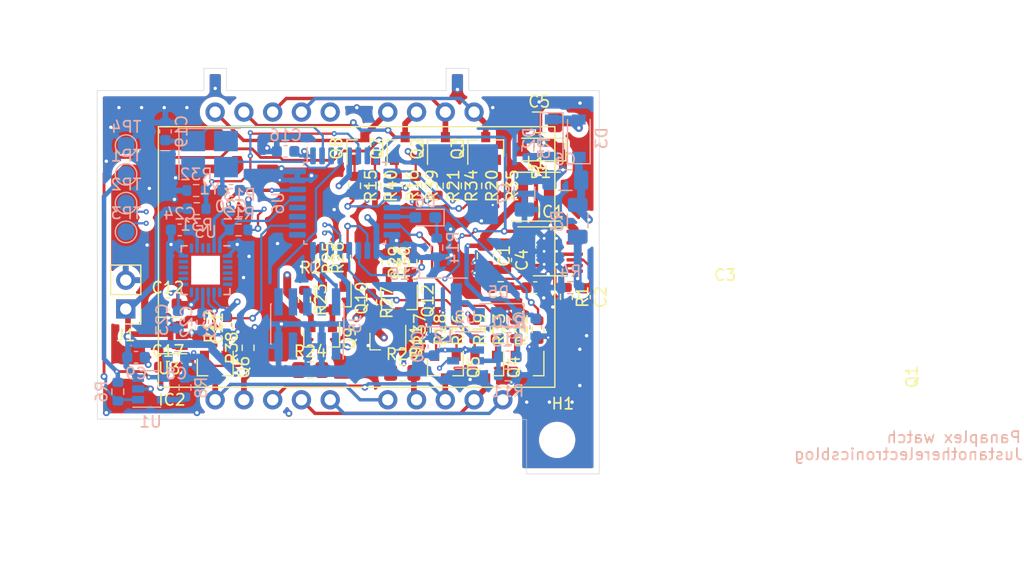
<source format=kicad_pcb>
(kicad_pcb (version 20211014) (generator pcbnew)
  (layers (0 "F.Cu" signal) (1 "In1.Cu" signal) (2 "In2.Cu" signal) (31 "B.Cu" signal) (34 "B.Paste" user) (35 "F.Paste" user) (36 "B.SilkS" user "B.Silkscreen") (37 "F.SilkS" user "F.Silkscreen") (38 "B.Mask" user) (39 "F.Mask" user) (44 "Edge.Cuts" user))
  (net 0 "")
  (net 1 "GND")
  (net 2 "+12V")
  (net 3 "Net-(C2-Pad1)")
  (net 4 "Net-(C3-Pad1)")
  (net 5 "Net-(C4-Pad1)")
  (net 6 "Net-(C5-Pad2)")
  (net 7 "Net-(C5-Pad1)")
  (net 8 "Net-(C6-Pad2)")
  (net 9 "VAA")
  (net 10 "Net-(D2-Pad2)")
  (net 11 "Net-(IC1-Pad8)")
  (net 12 "Net-(IC1-Pad9)")
  (net 13 "Net-(IC1-Pad10)")
  (net 14 "+5V")
  (net 15 "+BATT")
  (net 16 "+3V3")
  (net 17 "Net-(C13-Pad2)")
  (net 18 "/MCU/STAT")
  (net 19 "Net-(D5-Pad2)")
  (net 20 "/PSU/HV_EN")
  (net 21 "Net-(R8-Pad1)")
  (net 22 "Net-(IC2-Pad14)")
  (net 23 "Net-(IC2-Pad13)")
  (net 24 "Net-(IC2-Pad12)")
  (net 25 "Net-(IC2-Pad11)")
  (net 26 "Net-(IC2-Pad10)")
  (net 27 "Net-(IC2-Pad7)")
  (net 28 "Net-(IC2-Pad4)")
  (net 29 "Net-(IC2-Pad3)")
  (net 30 "Net-(IC2-Pad2)")
  (net 31 "Net-(IC2-Pad1)")
  (net 32 "Net-(Q1-Pad1)")
  (net 33 "Net-(Q2-Pad1)")
  (net 34 "Net-(Q3-Pad1)")
  (net 35 "Net-(C12-Pad1)")
  (net 36 "Net-(C19-Pad1)")
  (net 37 "Net-(C20-Pad1)")
  (net 38 "Net-(C22-Pad1)")
  (net 39 "Net-(C24-Pad1)")
  (net 40 "Net-(D6-Pad2)")
  (net 41 "Net-(D6-Pad1)")
  (net 42 "SDA")
  (net 43 "SCL")
  (net 44 "NRST")
  (net 47 "SWCLK")
  (net 48 "SWDIO")
  (net 49 "Net-(Q4-Pad1)")
  (net 50 "Net-(Q5-Pad1)")
  (net 51 "Net-(Q6-Pad1)")
  (net 52 "Net-(Q7-Pad1)")
  (net 53 "Net-(Q8-Pad1)")
  (net 54 "Net-(Q9-Pad3)")
  (net 55 "Net-(Q10-Pad3)")
  (net 56 "Net-(Q10-Pad2)")
  (net 57 "Net-(Q10-Pad1)")
  (net 58 "Net-(Q11-Pad3)")
  (net 59 "Net-(Q11-Pad1)")
  (net 60 "Net-(Q12-Pad2)")
  (net 61 "Net-(Q12-Pad1)")
  (net 62 "nixie_g")
  (net 63 "nixie_f")
  (net 64 "nixie_e")
  (net 65 "nixie_d")
  (net 66 "nixie_c")
  (net 67 "nixie_b")
  (net 68 "nixie_a")
  (net 69 "nixie_dp")
  (net 70 "nixie_1")
  (net 71 "nixie_2")
  (net 77 "/MCU/USB_P")
  (net 78 "/MCU/USB_N")
  (net 83 "Net-(Q1-Pad2)")
  (net 84 "Net-(Q2-Pad2)")
  (net 85 "Net-(Q3-Pad2)")
  (net 86 "Net-(Q4-Pad2)")
  (net 87 "Net-(Q5-Pad2)")
  (net 88 "Net-(Q6-Pad2)")
  (net 89 "Net-(Q7-Pad2)")
  (net 90 "Net-(Q8-Pad2)")
  (net 91 "/MCU/BAT")
  (footprint "Capacitor_SMD:C_0603_1608Metric" (layer "F.Cu") (at 78.232 54.497 -90)
    (fp_text reference "C11")
    (fp_text value "1u")
  )
  (footprint "Capacitor_SMD:C_0603_1608Metric" (layer "F.Cu") (at 75.325 52.324)
    (fp_text reference "C12")
    (fp_text value "100n")
  )
  (footprint "Resistor_SMD:R_0603_1608Metric" (layer "F.Cu") (at 102.5 41.9 -90)
    (fp_text reference "R20")
    (fp_text value "1K")
  )
  (footprint "Package_TO_SOT_SMD:SOT-23" (layer "F.Cu") (at 94.742 55.626 -90)
    (fp_text reference "Q11")
    (fp_text value "MMBTA92")
  )
  (footprint "Package_TO_SOT_SMD:SOT-23" (layer "F.Cu") (at 96.266 38.608 90)
    (fp_text reference "Q7")
    (fp_text value "MMBTA42")
  )
  (footprint "Package_TO_SOT_SMD:SOT-23" (layer "F.Cu") (at 88.9 55.372 -90)
    (fp_text reference "Q9")
    (fp_text value "MMBTA92")
  )
  (footprint "Resistor_SMD:R_0603_1608Metric" (layer "F.Cu") (at 104.3 54.575 90)
    (fp_text reference "R19")
    (fp_text value "1K")
  )
  (footprint "Resistor_SMD:R_0603_1608Metric" (layer "F.Cu") (at 100.8 54.6 90)
    (fp_text reference "R18")
    (fp_text value "1K")
  )
  (footprint "Resistor_SMD:R_0603_1608Metric" (layer "F.Cu") (at 80.518 54.356 90)
    (fp_text reference "R17")
    (fp_text value "1K")
  )
  (footprint "Package_TO_SOT_SMD:SOT-23" (layer "F.Cu") (at 92.71 38.608 90)
    (fp_text reference "Q8")
    (fp_text value "MMBTA42")
  )
  (footprint "riklib:ZM1570" (layer "F.Cu") (at 92.192001 49.364)
    (fp_text reference "IC2")
    (fp_text value "ZM1570")
  )
  (footprint "Package_TO_SOT_SMD:SOT-23" (layer "F.Cu") (at 99.822 57.912 -90)
    (fp_text reference "Q5")
    (fp_text value "MMBTA42")
  )
  (footprint "Package_TO_SOT_SMD:SOT-23" (layer "F.Cu") (at 99.822 38.608 90)
    (fp_text reference "Q2")
    (fp_text value "MMBTA42")
  )
  (footprint "Resistor_SMD:R_0603_1608Metric" (layer "F.Cu") (at 90.932 48.26 90)
    (fp_text reference "R25")
    (fp_text value "1K")
  )
  (footprint "Resistor_SMD:R_0805_2012Metric_Pad1.15x1.40mm_HandSolder" (layer "F.Cu") (at 87.893 58.166)
    (fp_text reference "R24")
    (fp_text value "47K")
  )
  (footprint "Capacitor_SMD:C_0603_1608Metric" (layer "F.Cu") (at 75.325 57.912)
    (fp_text reference "C17")
    (fp_text value "1u")
  )
  (footprint "Package_TO_SOT_SMD:SOT-23" (layer "F.Cu") (at 106.934 57.912 -90)
    (fp_text reference "Q1")
    (fp_text value "MMBTA42")
  )
  (footprint "Package_TO_SOT_SMD:SOT-23" (layer "F.Cu") (at 79.502 57.912 -90)
    (fp_text reference "Q6")
    (fp_text value "MMBTA42")
  )
  (footprint "Package_TO_SOT_SMD:SOT-23" (layer "F.Cu") (at 89.916 51.816 -90)
    (fp_text reference "Q10")
    (fp_text value "MMBTA42")
  )
  (footprint "Package_TO_SOT_SMD:SOT-23" (layer "F.Cu") (at 103.378 57.912 -90)
    (fp_text reference "Q4")
    (fp_text value "MMBTA42")
  )
  (footprint "Package_TO_SOT_SMD:SOT-23" (layer "F.Cu") (at 95.758 52.07 -90)
    (fp_text reference "Q12")
    (fp_text value "MMBTA42")
  )
  (footprint "Resistor_SMD:R_0603_1608Metric" (layer "F.Cu") (at 93.218 52.211 -90)
    (fp_text reference "R27")
    (fp_text value "1M")
  )
  (footprint "Resistor_SMD:R_0603_1608Metric" (layer "F.Cu") (at 88.9 48.26 -90)
    (fp_text reference "R26")
    (fp_text value "22K")
  )
  (footprint "Resistor_SMD:R_0603_1608Metric" (layer "F.Cu") (at 87.376 51.957 -90)
    (fp_text reference "R23")
    (fp_text value "1M")
  )
  (footprint "Resistor_SMD:R_0603_1608Metric" (layer "F.Cu") (at 108 54.631 90)
    (fp_text reference "R22")
    (fp_text value "1K")
  )
  (footprint "Resistor_SMD:R_0603_1608Metric" (layer "F.Cu") (at 95.5 41.9 -90)
    (fp_text reference "R16")
    (fp_text value "1K")
  )
  (footprint "Resistor_SMD:R_0603_1608Metric" (layer "F.Cu") (at 91.8 41.9 -90)
    (fp_text reference "R15")
    (fp_text value "1K")
  )
  (footprint "Package_TO_SOT_SMD:SOT-23-5" (layer "F.Cu") (at 75.438 55.118 180)
    (fp_text reference "U3")
    (fp_text value "AP131-33")
  )
  (footprint "Resistor_SMD:R_0603_1608Metric" (layer "F.Cu") (at 94.742 48.655 -90)
    (fp_text reference "R30")
    (fp_text value "22K")
  )
  (footprint "Package_TO_SOT_SMD:SOT-23" (layer "F.Cu") (at 103.378 38.608 90)
    (fp_text reference "Q3")
    (fp_text value "MMBTA42")
  )
  (footprint "Resistor_SMD:R_0603_1608Metric" (layer "F.Cu") (at 96.774 48.655 90)
    (fp_text reference "R29")
    (fp_text value "1K")
  )
  (footprint "Resistor_SMD:R_0805_2012Metric_Pad1.15x1.40mm_HandSolder" (layer "F.Cu") (at 96.012 58.42)
    (fp_text reference "R28")
    (fp_text value "47K")
  )
  (footprint "Resistor_SMD:R_0603_1608Metric" (layer "F.Cu") (at 99.1 41.9 -90)
    (fp_text reference "R21")
    (fp_text value "1K")
  )
  (footprint "Resistor_SMD:R_0603_1608Metric" (layer "F.Cu") (at 110.5 51.7 -90)
    (fp_text reference "R1")
    (fp_text value "107K")
  )
  (footprint "Resistor_SMD:R_0603_1608Metric" (layer "F.Cu") (at 104.7 50.89)
    (fp_text reference "R2")
    (fp_text value "84.5K")
  )
  (footprint "Capacitor_SMD:C_0805_2012Metric_Pad1.15x1.40mm_HandSolder" (layer "F.Cu") (at 103.349 48.09 -90)
    (fp_text reference "C1")
    (fp_text value "10u")
  )
  (footprint "Capacitor_SMD:C_0603_1608Metric" (layer "F.Cu") (at 107.749 50.89)
    (fp_text reference "C3")
    (fp_text value "1n")
  )
  (footprint "Capacitor_SMD:C_0603_1608Metric" (layer "F.Cu") (at 105.149 48.452 -90)
    (fp_text reference "C4")
    (fp_text value "1u")
  )
  (footprint "riklib:MSOP-16-3x4.039_HV" (layer "F.Cu") (at 109.085 47.69)
    (fp_text reference "IC1")
    (fp_text value "LT8365")
  )
  (footprint "Inductor_SMD:L_Coilcraft_XxL4020" (layer "F.Cu") (at 107.815 42.864)
    (fp_text reference "L1")
    (fp_text value "10u")
  )
  (footprint "Capacitor_SMD:C_0603_1608Metric" (layer "F.Cu") (at 112.1 51.725 -90)
    (fp_text reference "C2")
    (fp_text value "0.22u")
  )
  (footprint "Capacitor_SMD:C_1206_3216Metric" (layer "F.Cu") (at 108.1 36.3)
    (fp_text reference "C5")
    (fp_text value "0.1u")
  )
  (footprint "Resistor_SMD:R_0603_1608Metric" (layer "F.Cu") (at 102.4 54.6 90)
    (fp_text reference "R36")
    (fp_text value "5.1K")
  )
  (footprint "Connector_PinHeader_2.54mm:PinHeader_1x02_P2.54mm_Vertical" (layer "F.Cu") (at 71.6 52.775 180)
    (fp_text reference "J1")
    (fp_text value "Conn_01x02")
  )
  (footprint "Resistor_SMD:R_0603_1608Metric" (layer "F.Cu") (at 99 54.6 90)
    (fp_text reference "R37")
    (fp_text value "5.1K")
  )
  (footprint "Resistor_SMD:R_0603_1608Metric" (layer "F.Cu") (at 106 54.575 90)
    (fp_text reference "R33")
    (fp_text value "10K")
  )
  (footprint "Resistor_SMD:R_0603_1608Metric" (layer "F.Cu") (at 104.3 41.9 -90)
    (fp_text reference "R35")
    (fp_text value "5.1K")
  )
  (footprint "MountingHole:MountingHole_2.2mm_M2" (layer "F.Cu") (at 110.1845 64.3345)
    (fp_text reference "H1")
    (fp_text value "MountingHole")
  )
  (footprint "Resistor_SMD:R_0603_1608Metric" (layer "F.Cu") (at 97.2 41.9 -90)
    (fp_text reference "R39")
    (fp_text value "5.1K")
  )
  (footprint "Diode_SMD:D_SOD-123" (layer "F.Cu") (at 108.2 38.7 180)
    (fp_text reference "D1")
    (fp_text value "DFLS1150")
  )
  (footprint "Resistor_SMD:R_0603_1608Metric" (layer "F.Cu") (at 100.7 41.9 -90)
    (fp_text reference "R34")
    (fp_text value "5.1K")
  )
  (footprint "Resistor_SMD:R_0603_1608Metric" (layer "F.Cu") (at 93.6 41.9 -90)
    (fp_text reference "R40")
    (fp_text value "5.1K")
  )
  (footprint "Resistor_SMD:R_0603_1608Metric" (layer "F.Cu") (at 82.4 56.2 90)
    (fp_text reference "R38")
    (fp_text value "5.1K")
  )
  (footprint "Capacitor_SMD:C_0603_1608Metric" (layer "B.Cu") (at 76.0705 57.0405)
    (fp_text reference "C8")
    (fp_text value "4.7u")
  )
  (footprint "Capacitor_SMD:C_0603_1608Metric" (layer "B.Cu") (at 72.5145 57.0405)
    (fp_text reference "C9")
    (fp_text value "4.7u")
  )
  (footprint "Capacitor_SMD:C_0603_1608Metric" (layer "B.Cu") (at 98.8 56.1 -90)
    (fp_text reference "C10")
    (fp_text value "4.7u")
  )
  (footprint "Capacitor_SMD:C_0603_1608Metric" (layer "B.Cu") (at 105.325 57 180)
    (fp_text reference "C13")
    (fp_text value "220p")
  )
  (footprint "Capacitor_SMD:C_0603_1608Metric" (layer "B.Cu") (at 107.8 54.4 -90)
    (fp_text reference "C14")
    (fp_text value "4.7u")
  )
  (footprint "Diode_SMD:D_SOD-123" (layer "B.Cu") (at 104.5 53.3 180)
    (fp_text reference "D5")
    (fp_text value "MBR0540")
  )
  (footprint "Inductor_SMD:L_Coilcraft_XxL4020" (layer "B.Cu") (at 99.6 52.2)
    (fp_text reference "L2")
    (fp_text value "10u")
  )
  (footprint "Resistor_SMD:R_0603_1608Metric" (layer "B.Cu") (at 76.8325 59.7215 90)
    (fp_text reference "R8")
    (fp_text value "10K")
  )
  (footprint "Resistor_SMD:R_0603_1608Metric" (layer "B.Cu") (at 105.4 55.4 180)
    (fp_text reference "R10")
    (fp_text value "117K")
  )
  (footprint "Resistor_SMD:R_0603_1608Metric" (layer "B.Cu") (at 105.325 58.6)
    (fp_text reference "R11")
    (fp_text value "13.3K")
  )
  (footprint "Package_TO_SOT_SMD:SOT-23-5" (layer "B.Cu") (at 73.7845 59.8345)
    (fp_text reference "U1")
    (fp_text value "MCP73831-2-OT")
  )
  (footprint "Package_TO_SOT_SMD:SOT-23-5" (layer "B.Cu") (at 101.6 56.4 180)
    (fp_text reference "U2")
    (fp_text value "LMR62014XMF")
  )
  (footprint "Connector_PinHeader_1.27mm:PinHeader_2x05_P1.27mm_Vertical_SMD" (layer "B.Cu") (at 87.63 54.102 90)
    (fp_text reference "J5")
    (fp_text value "Conn_ARM_JTAG_SWD_10")
  )
  (footprint "Capacitor_SMD:C_0603_1608Metric" (layer "B.Cu") (at 76.24 53.722 -90)
    (fp_text reference "C23")
    (fp_text value "100n")
  )
  (footprint "Capacitor_SMD:C_0603_1608Metric" (layer "B.Cu") (at 76.364 45.794 180)
    (fp_text reference "C24")
    (fp_text value "2.2n")
  )
  (footprint "Capacitor_SMD:C_0603_1608Metric" (layer "B.Cu") (at 80.9 42.3)
    (fp_text reference "C20")
    (fp_text value "18p")
  )
  (footprint "Capacitor_SMD:C_0603_1608Metric" (layer "B.Cu") (at 75.1 37.1 90)
    (fp_text reference "C19")
    (fp_text value "18p")
  )
  (footprint "Capacitor_SMD:C_0603_1608Metric" (layer "B.Cu") (at 80.428 54.176 -90)
    (fp_text reference "C21")
    (fp_text value "100n")
  )
  (footprint "Capacitor_SMD:C_0603_1608Metric" (layer "B.Cu") (at 78.396 53.922 -90)
    (fp_text reference "C22")
    (fp_text value "100n")
  )
  (footprint "LED_SMD:LED_0603_1608Metric_Pad1.05x0.95mm_HandSolder" (layer "B.Cu") (at 98.044 44.704 180)
    (fp_text reference "D6")
    (fp_text value "LED")
  )
  (footprint "Resistor_SMD:R_0603_1608Metric" (layer "B.Cu") (at 99.06 47.357 90)
    (fp_text reference "R14")
    (fp_text value "1K")
  )
  (footprint "Resistor_SMD:R_0603_1608Metric" (layer "B.Cu") (at 81.557 45.794 180)
    (fp_text reference "R12")
    (fp_text value "2.2K")
  )
  (footprint "Crystal:Crystal_SMD_3225-4Pin_3.2x2.5mm_HandSoldering" (layer "B.Cu") (at 79 39.1)
    (fp_text reference "Y1")
    (fp_text value "12Mhz")
  )
  (footprint "Sensor_Motion:InvenSense_QFN-24_4x4mm_P0.5mm" (layer "B.Cu") (at 78.65 49.35 180)
    (fp_text reference "U5")
    (fp_text value "MPU-6050")
  )
  (footprint "Capacitor_SMD:C_0603_1608Metric" (layer "B.Cu") (at 96.266 48.26)
    (fp_text reference "C15")
    (fp_text value "100n")
  )
  (footprint "Capacitor_SMD:C_0603_1608Metric" (layer "B.Cu") (at 85.711 38.862 180)
    (fp_text reference "C16")
    (fp_text value "100n")
  )
  (footprint "Package_QFP:LQFP-32_7x7mm_P0.8mm" (layer "B.Cu") (at 90.932 43.434 -90)
    (fp_text reference "U6")
    (fp_text value "STM32F042K6Tx")
  )
  (footprint "Diode_SMD:D_SOD-123" (layer "B.Cu") (at 109.2 37.7 -90)
    (fp_text reference "D2")
    (fp_text value "DFLS1150")
  )
  (footprint "Diode_SMD:D_SOD-123" (layer "B.Cu") (at 111.6 37.7 90)
    (fp_text reference "D3")
    (fp_text value "DFLS1150")
  )
  (footprint "Capacitor_SMD:C_1206_3216Metric" (layer "B.Cu") (at 110.4 41.4 180)
    (fp_text reference "C6")
    (fp_text value "0.22u")
  )
  (footprint "Capacitor_SMD:C_1206_3216Metric" (layer "B.Cu") (at 106.8 42.6 -90)
    (fp_text reference "C7")
    (fp_text value "0.22u")
  )
  (footprint "Resistor_SMD:R_0603_1608Metric" (layer "B.Cu") (at 110.849 50.89 180)
    (fp_text reference "R4")
    (fp_text value "6.49K")
  )
  (footprint "Resistor_SMD:R_0603_1608Metric" (layer "B.Cu") (at 107.1 38.6 90)
    (fp_text reference "R5")
    (fp_text value "20R")
  )
  (footprint "Resistor_SMD:R_1206_3216Metric" (layer "B.Cu") (at 111.5 45 -90)
    (fp_text reference "R3")
    (fp_text value "1M")
  )
  (footprint "Resistor_SMD:R_0603_1608Metric" (layer "B.Cu") (at 81.64 44.122 180)
    (fp_text reference "R13")
    (fp_text value "2.2K")
  )
  (footprint "Resistor_SMD:R_0603_1608Metric" (layer "B.Cu") (at 70.9 60.075 -90)
    (fp_text reference "R6")
    (fp_text value "10K")
  )
  (footprint "TestPoint:TestPoint_Pad_D1.5mm" (layer "B.Cu") (at 71.628 45.974 180)
    (fp_text reference "TP3")
    (fp_text value "TestPoint")
  )
  (footprint "Resistor_SMD:R_0603_1608Metric" (layer "B.Cu") (at 77.865 43.922)
    (fp_text reference "R31")
    (fp_text value "117K")
  )
  (footprint "TestPoint:TestPoint_Pad_D1.5mm" (layer "B.Cu") (at 71.628 40.894 180)
    (fp_text reference "TP1")
    (fp_text value "TestPoint")
  )
  (footprint "TestPoint:TestPoint_Pad_D1.5mm" (layer "B.Cu") (at 71.628 38.354 180)
    (fp_text reference "TP4")
    (fp_text value "TestPoint")
  )
  (footprint "TestPoint:TestPoint_Pad_D1.5mm" (layer "B.Cu") (at 71.628 43.434 180)
    (fp_text reference "TP2")
    (fp_text value "TestPoint")
  )
  (footprint "Resistor_SMD:R_0603_1608Metric" (layer "B.Cu") (at 77.815 42.322 180)
    (fp_text reference "R32")
    (fp_text value "117K")
  )
  (gr_line (start 69.0999 62.4966) (end 69.0745 33.5) (layer "Edge.Cuts") (width 0.05))
  (gr_line (start 106.9845 62.5345) (end 69.0999 62.4966) (layer "Edge.Cuts") (width 0.05))
  (gr_line (start 78.5 33.5) (end 69.0745 33.5) (layer "Edge.Cuts") (width 0.05))
  (gr_line (start 113.4 67.3345) (end 113.4 62.5) (layer "Edge.Cuts") (width 0.05))
  (gr_line (start 106.9845 67.3345) (end 106.9845 62.5345) (layer "Edge.Cuts") (width 0.05))
  (gr_line (start 80.5 33.5) (end 99.8845 33.5) (layer "Edge.Cuts") (width 0.05))
  (gr_line (start 80.5 31.5345) (end 80.5 33.5) (layer "Edge.Cuts") (width 0.05))
  (gr_line (start 78.5 31.5345) (end 80.5 31.5345) (layer "Edge.Cuts") (width 0.05))
  (gr_line (start 99.8845 31.5345) (end 101.8845 31.5345) (layer "Edge.Cuts") (width 0.05))
  (gr_line (start 99.8845 33.5) (end 99.8845 31.5345) (layer "Edge.Cuts") (width 0.05))
  (gr_line (start 106.9845 67.3345) (end 113.4 67.3345) (layer "Edge.Cuts") (width 0.05))
  (gr_line (start 113.4 33.5) (end 101.8845 33.5) (layer "Edge.Cuts") (width 0.05))
  (gr_line (start 78.5 31.5345) (end 78.5 33.5) (layer "Edge.Cuts") (width 0.05))
  (gr_line (start 101.8845 33.5) (end 101.8845 31.5345) (layer "Edge.Cuts") (width 0.05))
  (gr_line (start 113.4 33.5) (end 113.4 62.5) (layer "Edge.Cuts") (width 0.05))
  (gr_text "Justanotherelectronicsblog\n" (at 140.7 65.6) (layer "B.SilkS") (effects (font (size 1 1)) (justify mirror)))
  (gr_text "Panaplex watch" (at 144.7 64.1) (layer "B.SilkS") (effects (font (size 1 1)) (justify mirror)))
  (segment (start 111.235 47.94) (end 109.8855 47.94) (width 0.3) (layer "F.Cu") (net 1))
  (segment (start 109.8855 47.94) (end 109.6355 47.69) (width 0.3) (layer "F.Cu") (net 1))
  (segment (start 109.48 50.992) (end 109.48 48.993) (width 0.3) (layer "F.Cu") (net 1))
  (segment (start 109.48 48.993) (end 109.6355 48.8375) (width 0.3) (layer "F.Cu") (net 1))
  (segment (start 106.935 48.94) (end 105.408 48.94) (width 0.3) (layer "F.Cu") (net 1))
  (segment (start 105.408 48.94) (end 105.021 49.327) (width 0.3) (layer "F.Cu") (net 1))
  (segment (start 106.935 48.94) (end 108.432 48.94) (width 0.3) (layer "F.Cu") (net 1))
  (segment (start 108.432 48.94) (end 108.5345 48.8375) (width 0.3) (layer "F.Cu") (net 1))
  (segment (start 105.021 49.327) (end 103.61 49.327) (width 0.7) (layer "F.Cu") (net 1))
  (segment (start 103.61 49.327) (end 103.243 48.96) (width 0.7) (layer "F.Cu") (net 1))
  (segment (start 76.538 55.118) (end 77.978 55.118) (width 0.5) (layer "F.Cu") (net 1))
  (segment (start 102.4 53.775) (end 102.375 53.775) (width 0.4) (layer "F.Cu") (net 1))
  (segment (start 104.3 42.725) (end 104.3 43.3) (width 0.4) (layer "F.Cu") (net 1))
  (segment (start 99 53.775) (end 99 53.7) (width 0.4) (layer "F.Cu") (net 1))
  (segment (start 76.2 57.912) (end 77.055938 57.912) (width 0.3) (layer "F.Cu") (net 1))
  (segment (start 94.742 47.498) (end 95.504 46.736) (width 0.4) (layer "F.Cu") (net 1))
  (segment (start 102.885 49.115) (end 102.4 49.6) (width 0.4) (layer "F.Cu") (net 1))
  (segment (start 104.3 43.3) (end 104 43.6) (width 0.4) (layer "F.Cu") (net 1))
  (segment (start 77.978 55.118) (end 78.232 55.372) (width 0.5) (layer "F.Cu") (net 1))
  (segment (start 106 53.75) (end 106 53.724502) (width 0.4) (layer "F.Cu") (net 1))
  (segment (start 78.232 55.372) (end 79.248 55.372) (width 0.3) (layer "F.Cu") (net 1))
  (segment (start 100.7 42.725) (end 100.7 43.000001) (width 0.4) (layer "F.Cu") (net 1))
  (segment (start 76.2 51.308) (end 76.454 51.054) (width 0.3) (layer "F.Cu") (net 1))
  (segment (start 94.742 47.78) (end 94.742 47.498) (width 0.4) (layer "F.Cu") (net 1))
  (segment (start 97.2 43.0095) (end 96.9 43.3095) (width 0.4) (layer "F.Cu") (net 1))
  (segment (start 93.6 42.725) (end 93.36433 42.725) (width 0.2) (layer "F.Cu") (net 1))
  (segment (start 106 53.724502) (end 105.275498 53) (width 0.4) (layer "F.Cu") (net 1))
  (segment (start 76.2 52.324) (end 76.2 51.308) (width 0.3) (layer "F.Cu") (net 1))
  (segment (start 103.349 49.115) (end 102.885 49.115) (width 0.4) (layer "F.Cu") (net 1))
  (segment (start 102.815 49.115) (end 102.4 48.7) (width 0.4) (layer "F.Cu") (net 1))
  (segment (start 103.349 49.115) (end 102.815 49.115) (width 0.4) (layer "F.Cu") (net 1))
  (segment (start 77.055938 57.912) (end 77.301523 57.666415) (width 0.3) (layer "F.Cu") (net 1))
  (segment (start 93.36433 42.725) (end 92.9 43.18933) (width 0.2) (layer "F.Cu") (net 1))
  (segment (start 99 53.7) (end 99.6 53.1) (width 0.4) (layer "F.Cu") (net 1))
  (segment (start 97.2 42.725) (end 97.2 43.0095) (width 0.4) (layer "F.Cu") (net 1))
  (segment (start 88.759 47.385) (end 87.122 49.022) (width 0.3) (layer "F.Cu") (net 1))
  (segment (start 102.375 53.775) (end 101.8 53.2) (width 0.4) (layer "F.Cu") (net 1))
  (segment (start 100.7 43.000001) (end 100.44958 43.250421) (width 0.4) (layer "F.Cu") (net 1))
  (segment (start 88.9 47.385) (end 88.759 47.385) (width 0.3) (layer "F.Cu") (net 1))
  (via (at 105.646056 59.246056) (size 0.45) (drill 0.2) (layers "F.Cu" "B.Cu") (net 1))
  (via (at 77.6 56.642) (size 0.45) (drill 0.2) (layers "F.Cu" "B.Cu") (net 1))
  (via (at 92.9 43.18933) (size 0.45) (drill 0.2) (layers "F.Cu" "B.Cu") (net 1))
  (via (at 69.8845 39.7345) (size 0.6) (drill 0.3) (layers "F.Cu" "B.Cu") (net 1))
  (via (at 102.4 49.6) (size 0.45) (drill 0.2) (layers "F.Cu" "B.Cu") (net 1))
  (via (at 108.9 49.7) (size 0.6) (drill 0.3) (layers "F.Cu" "B.Cu") (net 1))
  (via (at 102.4 48.7) (size 0.45) (drill 0.2) (layers "F.Cu" "B.Cu") (net 1))
  (via (at 100.2845 45.7345) (size 0.6) (drill 0.3) (layers "F.Cu" "B.Cu") (net 1))
  (via (at 79.431561 52.944748) (size 0.6) (drill 0.3) (layers "F.Cu" "B.Cu") (net 1))
  (via (at 102 59) (size 0.6) (drill 0.3) (layers "F.Cu" "B.Cu") (net 1))
  (via (at 76 41.2) (size 0.6) (drill 0.3) (layers "F.Cu" "B.Cu") (net 1))
  (via (at 103 45) (size 0.6) (drill 0.3) (layers "F.Cu" "B.Cu") (net 1))
  (via (at 69.8845 61.9345) (size 0.6) (drill 0.3) (layers "F.Cu" "B.Cu") (net 1))
  (via (at 73.6845 42.1345) (size 0.6) (drill 0.3) (layers "F.Cu" "B.Cu") (net 1))
  (via (at 109 61) (size 0.6) (drill 0.3) (layers "F.Cu" "B.Cu") (net 1))
  (via (at 90 44) (size 0.6) (drill 0.3) (layers "F.Cu" "B.Cu") (net 1))
  (via (at 108.8995 55.3) (size 0.45) (drill 0.2) (layers "F.Cu" "B.Cu") (net 1))
  (via (at 77.301523 57.666415) (size 0.6) (drill 0.3) (layers "F.Cu" "B.Cu") (net 1))
  (via (at 81.444 47.079979) (size 0.6) (drill 0.3) (layers "F.Cu" "B.Cu") (net 1))
  (via (at 73.5885 57.6865) (size 0.6) (drill 0.3) (layers "F.Cu" "B.Cu") (net 1))
  (via (at 108.5 51.8) (size 0.6) (drill 0.3) (layers "F.Cu" "B.Cu") (net 1))
  (via (at 111 61) (size 0.6) (drill 0.3) (layers "F.Cu" "B.Cu") (net 1))
  (via (at 75 35) (size 0.6) (drill 0.3) (layers "F.Cu" "B.Cu") (net 1))
  (via (at 100.33 48.006) (size 0.6) (drill 0.3) (layers "F.Cu" "B.Cu") (net 1))
  (via (at 84.069023 38.569023) (size 0.6) (drill 0.3) (layers "F.Cu" "B.Cu") (net 1))
  (via (at 95.504 46.736) (size 0.6) (drill 0.3) (layers "F.Cu" "B.Cu") (net 1))
  (via (at 109.3 52.6) (size 0.6) (drill 0.3) (layers "F.Cu" "B.Cu") (net 1))
  (via (at 77.44 54.864) (size 0.6) (drill 0.3) (layers "F.Cu" "B.Cu") (net 1))
  (via (at 104 35) (size 0.6) (drill 0.3) (layers "F.Cu" "B.Cu") (net 1))
  (via (at 77.8845 61.9345) (size 0.6) (drill 0.3) (layers "F.Cu" "B.Cu") (net 1))
  (via (at 108.1 34.5) (size 0.6) (drill 0.3) (layers "F.Cu" "B.Cu") (net 1))
  (via (at 101.610885 56.383155) (size 0.45) (drill 0.2) (layers "F.Cu" "B.Cu") (net 1))
  (via (at 77.38 52.398) (size 0.6) (drill 0.3) (layers "F.Cu" "B.Cu") (net 1))
  (via (at 99.8 56.4) (size 0.45) (drill 0.2) (layers "F.Cu" "B.Cu") (net 1))
  (via (at 82.4845 48.1345) (size 0.6) (drill 0.3) (layers "F.Cu" "B.Cu") (net 1))
  (via (at 93 56) (size 0.6) (drill 0.3) (layers "F.Cu" "B.Cu") (net 1))
  (via (at 73 35) (size 0.6) (drill 0.3) (layers "F.Cu" "B.Cu") (net 1))
  (via (at 101.8 53.2) (size 0.45) (drill 0.2) (layers "F.Cu" "B.Cu") (net 1))
  (via (at 85.344 40.386) (size 0.6) (drill 0.3) (layers "F.Cu" "B.Cu") (net 1))
  (via (at 111.6845 56.3345) (size 0.6) (drill 0.3) (layers "F.Cu" "B.Cu") (net 1))
  (via (at 77 35) (size 0.6) (drill 0.3) (layers "F.Cu" "B.Cu") (net 1))
  (via (at 75.9 43.1) (size 0.6) (drill 0.3) (layers "F.Cu" "B.Cu") (net 1))
  (via (at 107 61) (size 0.6) (drill 0.3) (layers "F.Cu" "B.Cu") (net 1))
  (via (at 75.602 47.079979) (size 0.6) (drill 0.3) (layers "F.Cu" "B.Cu") (net 1))
  (via (at 92 35) (size 0.6) (drill 0.3) (layers "F.Cu" "B.Cu") (net 1))
  (via (at 73.4845 47.1345) (size 0.6) (drill 0.3) (layers "F.Cu" "B.Cu") (net 1))
  (via (at 107.240031 56.114609) (size 0.45) (drill 0.2) (layers "F.Cu" "B.Cu") (net 1))
  (via (at 83 54.4) (size 0.6) (drill 0.3) (layers "F.Cu" "B.Cu") (net 1))
  (via (at 85.344 54.102) (size 0.6) (drill 0.3) (layers "F.Cu" "B.Cu") (net 1))
  (via (at 73.7845 59.8345) (size 0.6) (drill 0.3) (layers "F.Cu" "B.Cu") (net 1))
  (via (at 111.6845 59.5345) (size 0.6) (drill 0.3) (layers "F.Cu" "B.Cu") (net 1))
  (via (at 111.7 34.6) (size 0.6) (drill 0.3) (layers "F.Cu" "B.Cu") (net 1))
  (via (at 96.9 43.3095) (size 0.45) (drill 0.2) (layers "F.Cu" "B.Cu") (net 1))
  (via (at 88 41) (size 0.6) (drill 0.3) (layers "F.Cu" "B.Cu") (net 1))
  (via (at 81.5 54.8) (size 0.6) (drill 0.3) (layers "F.Cu" "B.Cu") (net 1))
  (via (at 105.4 58.6) (size 0.45) (drill 0.2) (layers "F.Cu" "B.Cu") (net 1))
  (via (at 105.275498 53) (size 0.45) (drill 0.2) (layers "F.Cu" "B.Cu") (net 1))
  (via (at 87.122 49.022) (size 0.6) (drill 0.3) (layers "F.Cu" "B.Cu") (net 1))
  (via (at 71 35) (size 0.6) (drill 0.3) (layers "F.Cu" "B.Cu") (net 1))
  (via (at 104 43.6) (size 0.45) (drill 0.2) (layers "F.Cu" "B.Cu") (net 1))
  (via (at 82 50) (size 0.6) (drill 0.3) (layers "F.Cu" "B.Cu") (net 1))
  (via (at 86 62) (size 0.6) (drill 0.3) (layers "F.Cu" "B.Cu") (net 1))
  (via (at 100.44958 43.250421) (size 0.45) (drill 0.2) (layers "F.Cu" "B.Cu") (net 1))
  (via (at 109.1 45.4) (size 0.6) (drill 0.3) (layers "F.Cu" "B.Cu") (net 1))
  (via (at 112.2845 55.1345) (size 0.6) (drill 0.3) (layers "F.Cu" "B.Cu") (net 1))
  (via (at 99.6 53.1) (size 0.45) (drill 0.2) (layers "F.Cu" "B.Cu") (net 1))
  (via (at 85.2 41.4) (size 0.45) (drill 0.2) (layers "F.Cu" "B.Cu") (net 1))
  (via (at 70.2845 36.7345) (size 0.6) (drill 0.3) (layers "F.Cu" "B.Cu") (net 1))
  (via (at 100.8845 33.4) (size 0.6) (drill 0.3) (layers "F.Cu" "B.Cu") (net 1))
  (via (at 79.5 33.3) (size 0.6) (drill 0.3) (layers "F.Cu" "B.Cu") (net 1))
  (via (at 85 47) (size 0.6) (drill 0.3) (layers "F.Cu" "B.Cu") (net 1))
  (via (at 75.37968 53.562399) (size 0.6) (drill 0.3) (layers "F.Cu" "B.Cu") (net 1))
  (segment (start 77.9 51.878) (end 77.38 52.398) (width 0.3) (layer "B.Cu") (net 1))
  (segment (start 78.9 52.265844) (end 79.431561 52.797405) (width 0.2) (layer "B.Cu") (net 1))
  (segment (start 73.2895 57.3875) (end 73.5885 57.6865) (width 0.4) (layer "B.Cu") (net 1))
  (segment (start 106.15 58.742112) (end 105.646056 59.246056) (width 0.4) (layer "B.Cu") (net 1))
  (segment (start 87.18 54.102) (end 85.344 54.102) (width 0.3) (layer "B.Cu") (net 1))
  (segment (start 99.06 48.232) (end 100.104 48.232) (width 0.4) (layer "B.Cu") (net 1))
  (segment (start 86.757 41.434) (end 85.234 41.434) (width 0.3) (layer "B.Cu") (net 1))
  (segment (start 80.6 48.1) (end 81.444 47.256) (width 0.3) (layer "B.Cu") (net 1))
  (segment (start 99.275 56.4) (end 98.8 56.875) (width 0.4) (layer "B.Cu") (net 1))
  (segment (start 77.9 51.3) (end 77.9 51.878) (width 0.3) (layer "B.Cu") (net 1))
  (segment (start 85.09 54.356) (end 85.09 56.052) (width 0.3) (layer "B.Cu") (net 1))
  (segment (start 106.15 58.6) (end 106.15 58.742112) (width 0.4) (layer "B.Cu") (net 1))
  (segment (start 76.7 48.1) (end 75.679979 47.079979) (width 0.3) (layer "B.Cu") (net 1))
  (segment (start 77.507 54.797) (end 78.396 54.797) (width 0.3) (layer "B.Cu") (net 1))
  (segment (start 87.63 56.052) (end 87.63 54.552) (width 0.3) (layer "B.Cu") (net 1))
  (segment (start 99.032 48.26) (end 99.06 48.232) (width 0.4) (layer "B.Cu") (net 1))
  (segment (start 102.7 56.4) (end 99.275 56.4) (width 0.4) (layer "B.Cu") (net 1))
  (segment (start 84.074 38.862) (end 84.836 38.862) (width 0.4) (layer "B.Cu") (net 1))
  (segment (start 77.2015 57.0405) (end 76.8455 57.0405) (width 0.25) (layer "B.Cu") (net 1))
  (segment (start 78.65 55.051) (end 81.249 55.051) (width 0.3) (layer "B.Cu") (net 1))
  (segment (start 76.9455 58.7335) (end 76.8325 58.8465) (width 0.3) (layer "B.Cu") (net 1))
  (segment (start 81.444 47.256) (end 81.444 47.079979) (width 0.3) (layer "B.Cu") (net 1))
  (segment (start 84.069023 38.569023) (end 84.069023 38.857023) (width 0.4) (layer "B.Cu") (net 1))
  (segment (start 84.069023 38.857023) (end 84.074 38.862) (width 0.4) (layer "B.Cu") (net 1))
  (segment (start 85.344 54.102) (end 85.09 54.356) (width 0.3) (layer "B.Cu") (net 1))
  (segment (start 77.44 54.864) (end 77.507 54.797) (width 0.3) (layer "B.Cu") (net 1))
  (segment (start 87.63 54.552) (end 87.18 54.102) (width 0.3) (layer "B.Cu") (net 1))
  (segment (start 107.8 55.175) (end 108.7745 55.175) (width 0.4) (layer "B.Cu") (net 1))
  (segment (start 81.249 55.051) (end 81.5 54.8) (width 0.3) (layer "B.Cu") (net 1))
  (segment (start 75.679979 47.079979) (end 75.602 47.079979) (width 0.3) (layer "B.Cu") (net 1))
  (segment (start 85.234 41.434) (end 85.2 41.4) (width 0.3) (layer "B.Cu") (net 1))
  (segment (start 97.141 48.26) (end 99.032 48.26) (width 0.4) (layer "B.Cu") (net 1))
  (segment (start 75.37968 53.63668) (end 76.24 54.497) (width 0.25) (layer "B.Cu") (net 1))
  (segment (start 107.8 55.55464) (end 107.240031 56.114609) (width 0.4) (layer "B.Cu") (net 1))
  (segment (start 102.7 56.4) (end 101.62773 56.4) (width 0.4) (layer "B.Cu") (net 1))
  (segment (start 95.107 46.339) (end 95.504 46.736) (width 0.4) (layer "B.Cu") (net 1))
  (segment (start 101.62773 56.4) (end 101.610885 56.383155) (width 0.4) (layer "B.Cu") (net 1))
  (segment (start 88.9 56.052) (end 87.63 56.052) (width 0.3) (layer "B.Cu") (net 1))
  (segment (start 73.2895 57.0405) (end 73.2895 57.3875) (width 0.4) (layer "B.Cu") (net 1))
  (segment (start 95.107 46.234) (end 95.107 46.339) (width 0.4) (layer "B.Cu") (net 1))
  (segment (start 76.9455 57.0405) (end 76.9455 58.7335) (width 0.3) (layer "B.Cu") (net 1))
  (segment (start 108.7745 55.175) (end 108.8995 55.3) (width 0.4) (layer "B.Cu") (net 1))
  (segment (start 78.396 54.797) (end 78.65 55.051) (width 0.3) (layer "B.Cu") (net 1))
  (segment (start 78.9 51.3) (end 78.9 52.265844) (width 0.2) (layer "B.Cu") (net 1))
  (segment (start 107.8 55.175) (end 107.8 55.55464) (width 0.4) (layer "B.Cu") (net 1))
  (segment (start 106.15 58.6) (end 105.4 58.6) (width 0.4) (layer "B.Cu") (net 1))
  (segment (start 79.431561 52.797405) (end 79.431561 52.944748) (width 0.2) (layer "B.Cu") (net 1))
  (segment (start 86.757 40.634) (end 85.592 40.634) (width 0.4) (layer "B.Cu") (net 1))
  (segment (start 100.104 48.232) (end 100.33 48.006) (width 0.4) (layer "B.Cu") (net 1))
  (segment (start 75.37968 53.562399) (end 75.37968 53.63668) (width 0.25) (layer "B.Cu") (net 1))
  (segment (start 77.6 56.642) (end 77.2015 57.0405) (width 0.25) (layer "B.Cu") (net 1))
  (segment (start 72.6845 59.8345) (end 73.7845 59.8345) (width 0.3) (layer "B.Cu") (net 1))
  (segment (start 85.592 40.634) (end 85.344 40.386) (width 0.4) (layer "B.Cu") (net 1))
  (segment (start 86.007 41.434) (end 86.757 41.434) (width 0.3) (layer "B.Cu") (net 1))
  (segment (start 106.935 46.94) (end 106.69699 46.70199) (width 0.3) (layer "F.Cu") (net 2))
  (segment (start 103.943 46.91) (end 103.243 46.91) (width 0.3) (layer "F.Cu") (net 2))
  (segment (start 106.69699 46.70199) (end 104.15101 46.70199) (width 0.3) (layer "F.Cu") (net 2))
  (segment (start 104.15101 46.70199) (end 103.943 46.91) (width 0.3) (layer "F.Cu") (net 2))
  (segment (start 103.243 46.357) (end 103.243 46.91) (width 0.7) (layer "F.Cu") (net 2))
  (segment (start 101.8 47.2) (end 103.214 47.2) (width 0.4) (layer "F.Cu") (net 2))
  (segment (start 103.214 47.2) (end 103.349 47.065) (width 0.4) (layer "F.Cu") (net 2))
  (segment (start 106.63 42.97) (end 103.243 46.357) (width 0.7) (layer "F.Cu") (net 2))
  (segment (start 106.63 42.864) (end 106.63 42.97) (width 0.7) (layer "F.Cu") (net 2))
  (via (at 101.8 47.2) (size 0.45) (drill 0.2) (layers "F.Cu" "B.Cu") (net 2))
  (segment (start 106.15 53.3) (end 107.475 53.3) (width 0.4) (layer "B.Cu") (net 2))
  (segment (start 105.059382 51.9) (end 103.1 51.9) (width 0.4) (layer "B.Cu") (net 2))
  (segment (start 101.7 47.3) (end 101.8 47.2) (width 0.4) (layer "B.Cu") (net 2))
  (segment (start 101.7 49.6) (end 101.7 47.3) (width 0.4) (layer "B.Cu") (net 2))
  (segment (start 106.15 52.990618) (end 105.059382 51.9) (width 0.4) (layer "B.Cu") (net 2))
  (segment (start 106.15 53.3) (end 106.15 52.990618) (width 0.4) (layer "B.Cu") (net 2))
  (segment (start 101.7 50.5) (end 101.7 49.6) (width 0.4) (layer "B.Cu") (net 2))
  (segment (start 106.15 55.325) (end 106.225 55.4) (width 0.4) (layer "B.Cu") (net 2))
  (segment (start 106.225 56.875) (end 106.1 57) (width 0.4) (layer "B.Cu") (net 2))
  (segment (start 106.225 55.4) (end 106.225 56.875) (width 0.4) (layer "B.Cu") (net 2))
  (segment (start 107.475 53.3) (end 107.8 53.625) (width 0.4) (layer "B.Cu") (net 2))
  (segment (start 106.15 53.3) (end 106.15 55.325) (width 0.4) (layer "B.Cu") (net 2))
  (segment (start 103.1 51.9) (end 101.7 50.5) (width 0.4) (layer "B.Cu") (net 2))
  (segment (start 112.6 49.04967) (end 112.6 50.45) (width 0.2) (layer "F.Cu") (net 3))
  (segment (start 112.6 50.45) (end 112.1 50.95) (width 0.2) (layer "F.Cu") (net 3))
  (segment (start 111.99033 48.44) (end 112.6 49.04967) (width 0.2) (layer "F.Cu") (net 3))
  (segment (start 111.235 48.44) (end 111.99033 48.44) (width 0.2) (layer "F.Cu") (net 3))
  (segment (start 106.974 50.89) (end 105.525 50.89) (width 0.4) (layer "F.Cu") (net 4))
  (segment (start 106.935 47.94) (end 105.384 47.94) (width 0.3) (layer "F.Cu") (net 5))
  (segment (start 105.384 47.94) (end 105.021 47.577) (width 0.3) (layer "F.Cu") (net 5))
  (segment (start 111.1 36.3) (end 111.6 36.8) (width 0.7) (layer "F.Cu") (net 6))
  (segment (start 109.5 36.3) (end 111.1 36.3) (width 0.7) (layer "F.Cu") (net 6))
  (via (at 111.6 36.8) (size 0.6) (drill 0.3) (layers "F.Cu" "B.Cu") (net 6))
  (segment (start 111.6 36.8) (end 111.6 36.05) (width 0.7) (layer "B.Cu") (net 6))
  (segment (start 109.2 36.05) (end 110.85 36.05) (width 0.7) (layer "B.Cu") (net 6))
  (segment (start 110.85 36.05) (end 111.6 36.8) (width 0.7) (layer "B.Cu") (net 6))
  (segment (start 111.235 45.94) (end 111.235 46.94) (width 0.3) (layer "F.Cu") (net 7))
  (segment (start 109 43.541) (end 109 42.864) (width 0.7) (layer "F.Cu") (net 7))
  (segment (start 109 42.864) (end 109 41.15) (width 0.7) (layer "F.Cu") (net 7))
  (segment (start 106.55 38.7) (end 106.55 36.45) (width 0.7) (layer "F.Cu") (net 7))
  (segment (start 111.235 45.94) (end 111.235 45.776) (width 0.7) (layer "F.Cu") (net 7))
  (segment (start 111.235 45.776) (end 109 43.541) (width 0.7) (layer "F.Cu") (net 7))
  (segment (start 109 41.15) (end 106.55 38.7) (width 0.7) (layer "F.Cu") (net 7))
  (segment (start 106.55 36.45) (end 106.7 36.3) (width 0.7) (layer "F.Cu") (net 7))
  (segment (start 110.2 39.05) (end 109.85 38.7) (width 0.7) (layer "F.Cu") (net 8))
  (segment (start 110.2 40.5) (end 110.2 39.05) (width 0.7) (layer "F.Cu") (net 8))
  (segment (start 109.25 38.1) (end 109.85 38.7) (width 0.7) (layer "F.Cu") (net 8))
  (segment (start 108.5 38.1) (end 109.25 38.1) (width 0.7) (layer "F.Cu") (net 8))
  (via (at 108.5 38.1) (size 0.6) (drill 0.3) (layers "F.Cu" "B.Cu") (net 8))
  (via (at 110.2 40.5) (size 0.6) (drill 0.3) (layers "F.Cu" "B.Cu") (net 8))
  (segment (start 108.175 37.775) (end 108.5 38.1) (width 0.7) (layer "B.Cu") (net 8))
  (segment (start 109 41.4) (end 109.3 41.4) (width 0.7) (layer "B.Cu") (net 8))
  (segment (start 109.3 41.4) (end 110.2 40.5) (width 0.7) (layer "B.Cu") (net 8))
  (segment (start 107.1 37.775) (end 108.175 37.775) (width 0.7) (layer "B.Cu") (net 8))
  (segment (start 109 41.4) (end 107 41.4) (width 0.7) (layer "B.Cu") (net 8))
  (segment (start 107 41.4) (end 106.8 41.2) (width 0.7) (layer "B.Cu") (net 8))
  (segment (start 87.376 52.832) (end 85.852 51.308) (width 0.7) (layer "F.Cu") (net 9))
  (segment (start 93.792 54.692) (end 93.792 54.626) (width 0.7) (layer "F.Cu") (net 9))
  (segment (start 92.456 53.086) (end 91.948 53.594) (width 0.7) (layer "F.Cu") (net 9))
  (segment (start 85.852 51.308) (end 85.852 49.784) (width 0.7) (layer "F.Cu") (net 9))
  (segment (start 87.95 53.406) (end 87.376 52.832) (width 0.5) (layer "F.Cu") (net 9))
  (segment (start 93.792 53.66) (end 93.218 53.086) (width 0.5) (layer "F.Cu") (net 9))
  (segment (start 94.4 55.3) (end 93.792 54.692) (width 0.7) (layer "F.Cu") (net 9))
  (segment (start 93.792 54.626) (end 93.792 53.66) (width 0.5) (layer "F.Cu") (net 9))
  (segment (start 93.218 53.086) (end 92.456 53.086) (width 0.7) (layer "F.Cu") (net 9))
  (segment (start 87.95 54.372) (end 87.95 53.406) (width 0.5) (layer "F.Cu") (net 9))
  (via (at 94.4 55.3) (size 0.6) (drill 0.3) (layers "F.Cu" "B.Cu") (net 9))
  (via (at 85.852 49.784) (size 0.6) (drill 0.3) (layers "F.Cu" "B.Cu") (net 9))
  (via (at 112.5 44.9) (size 0.6) (drill 0.3) (layers "F.Cu" "B.Cu") (net 9))
  (via (at 91.948 53.594) (size 0.6) (drill 0.3) (layers "F.Cu" "B.Cu") (net 9))
  (segment (start 111.6 39.35) (end 111.6 41.2) (width 0.7) (layer "B.Cu") (net 9))
  (segment (start 111.5 43.9) (end 112.5 44.9) (width 0.7) (layer "B.Cu") (net 9))
  (segment (start 111.5 43.6) (end 111.5 43.9) (width 0.7) (layer "B.Cu") (net 9))
  (segment (start 111.8 41.4) (end 111.8 43.3) (width 0.7) (layer "B.Cu") (net 9))
  (segment (start 111.8 43.3) (end 111.5 43.6) (width 0.7) (layer "B.Cu") (net 9))
  (segment (start 111.6 41.2) (end 111.8 41.4) (width 0.7) (layer "B.Cu") (net 9))
  (segment (start 109.2 39.35) (end 107.175 39.35) (width 0.7) (layer "B.Cu") (net 10))
  (segment (start 107.175 39.35) (end 107.1 39.425) (width 0.7) (layer "B.Cu") (net 10))
  (segment (start 106.26 50.115) (end 106.935 49.44) (width 0.2) (layer "F.Cu") (net 11))
  (segment (start 104.65 50.115) (end 106.26 50.115) (width 0.2) (layer "F.Cu") (net 11))
  (segment (start 103.875 50.89) (end 104.65 50.115) (width 0.2) (layer "F.Cu") (net 11))
  (segment (start 111.235 49.44) (end 111.235 49.831862) (width 0.3) (layer "F.Cu") (net 12))
  (segment (start 111.235 49.831862) (end 111.496007 50.092869) (width 0.3) (layer "F.Cu") (net 12))
  (via (at 111.496007 50.092869) (size 0.6) (drill 0.3) (layers "F.Cu" "B.Cu") (net 12))
  (segment (start 111.5 50.716) (end 111.674 50.89) (width 0.7) (layer "B.Cu") (net 12))
  (segment (start 111.5 46.4) (end 111.5 50.716) (width 0.7) (layer "B.Cu") (net 12))
  (segment (start 111.235 48.94) (end 110.47967 48.94) (width 0.2) (layer "F.Cu") (net 13))
  (segment (start 110.21 49.20967) (end 110.21 50.585) (width 0.2) (layer "F.Cu") (net 13))
  (segment (start 110.21 50.585) (end 110.5 50.875) (width 0.2) (layer "F.Cu") (net 13))
  (segment (start 110.47967 48.94) (end 110.21 49.20967) (width 0.2) (layer "F.Cu") (net 13))
  (segment (start 73.139002 58.3) (end 73.639002 58.8) (width 0.25) (layer "F.Cu") (net 14))
  (segment (start 70.8 58.3) (end 73.139002 58.3) (width 0.25) (layer "F.Cu") (net 14))
  (via (at 70.8 58.3) (size 0.45) (drill 0.2) (layers "F.Cu" "B.Cu") (net 14))
  (via (at 73.639002 58.8) (size 0.45) (drill 0.2) (layers "F.Cu" "B.Cu") (net 14))
  (segment (start 75.1955 58.5735) (end 74.8845 58.8845) (width 0.5) (layer "B.Cu") (net 14))
  (segment (start 70.9 58.4) (end 70.8 58.3) (width 0.25) (layer "B.Cu") (net 14))
  (segment (start 71.628 40.894) (end 69.6845 42.8375) (width 0.4) (layer "B.Cu") (net 14))
  (segment (start 75.0545 56.8995) (end 75.1955 57.0405) (width 0.5) (layer "B.Cu") (net 14))
  (segment (start 69.6845 42.8375) (end 69.6845 57.1845) (width 0.4) (layer "B.Cu") (net 14))
  (segment (start 70.9 59.25) (end 70.9 58.4) (width 0.4) (layer "B.Cu") (net 14))
  (segment (start 73.639002 58.8) (end 74.8 58.8) (width 0.4) (layer "B.Cu") (net 14))
  (segment (start 69.6845 57.1845) (end 70.8 58.3) (width 0.4) (layer "B.Cu") (net 14))
  (segment (start 75.1955 57.0405) (end 75.1955 58.5735) (width 0.5) (layer "B.Cu") (net 14))
  (segment (start 74.8 58.8) (end 74.8845 58.8845) (width 0.25) (layer "B.Cu") (net 14))
  (segment (start 71.8 55.2) (end 71.8 52.975) (width 0.5) (layer "F.Cu") (net 15))
  (segment (start 75.557999 54.432999) (end 75.822998 54.168) (width 0.5) (layer "F.Cu") (net 15))
  (segment (start 72.001999 54.998001) (end 71.8 55.2) (width 0.5) (layer "F.Cu") (net 15))
  (segment (start 78.232 53.622) (end 77.084 53.622) (width 0.5) (layer "F.Cu") (net 15))
  (segment (start 75.557999 54.998001) (end 73.525999 54.998001) (width 0.5) (layer "F.Cu") (net 15))
  (segment (start 75.557999 54.998001) (end 75.557999 54.432999) (width 0.5) (layer "F.Cu") (net 15))
  (segment (start 75.822998 54.168) (end 76.538 54.168) (width 0.5) (layer "F.Cu") (net 15))
  (segment (start 75.822998 56.068) (end 75.557999 55.803001) (width 0.5) (layer "F.Cu") (net 15))
  (segment (start 77.084 53.622) (end 76.538 54.168) (width 0.5) (layer "F.Cu") (net 15))
  (segment (start 76.538 56.068) (end 75.822998 56.068) (width 0.5) (layer "F.Cu") (net 15))
  (segment (start 71.8 52.975) (end 71.6 52.775) (width 0.5) (layer "F.Cu") (net 15))
  (segment (start 73.525999 54.998001) (end 72.001999 54.998001) (width 0.5) (layer "F.Cu") (net 15))
  (segment (start 75.557999 55.803001) (end 75.557999 54.998001) (width 0.5) (layer "F.Cu") (net 15))
  (via (at 96.150047 57.596959) (size 0.45) (drill 0.2) (layers "F.Cu" "B.Cu") (net 15))
  (via (at 81.28 58.42) (size 0.6) (drill 0.3) (layers "F.Cu" "B.Cu") (net 15))
  (via (at 71.8 55.2) (size 0.8) (drill 0.4) (layers "F.Cu" "B.Cu") (net 15))
  (segment (start 79.248 56.134) (end 78.981 55.867) (width 0.7) (layer "B.Cu") (net 15))
  (segment (start 77.04 43.922) (end 76.962 44) (width 0.5) (layer "B.Cu") (net 15))
  (segment (start 75.141 44) (end 74.4085 44.7325) (width 0.5) (layer "B.Cu") (net 15))
  (segment (start 98.415 54.94) (end 98.8 55.325) (width 0.4) (layer "B.Cu") (net 15))
  (segment (start 98.8 55.325) (end 97.975 55.325) (width 0.4) (layer "B.Cu") (net 15))
  (segment (start 71.6395 57.0405) (end 71.6395 57.8395) (width 0.5) (layer "B.Cu") (net 15))
  (segment (start 71.51628 56.91728) (end 71.6395 57.0405) (width 0.5) (layer "B.Cu") (net 15))
  (segment (start 71.954 52.775) (end 71.6 52.775) (width 0.5) (layer "B.Cu") (net 15))
  (segment (start 71.8 56.98) (end 71.7395 57.0405) (width 0.5) (layer "B.Cu") (net 15))
  (segment (start 78.981 55.867) (end 72.467 55.867) (width 0.7) (layer "B.Cu") (net 15))
  (segment (start 72.1605 58.3605) (end 72.6845 58.8845) (width 0.5) (layer "B.Cu") (net 15))
  (segment (start 74.4085 50.3205) (end 71.954 52.775) (width 0.5) (layer "B.Cu") (net 15))
  (segment (start 81.28 58.42) (end 79.248 56.388) (width 0.7) (layer "B.Cu") (net 15))
  (segment (start 98.415 52.2) (end 98.415 54.94) (width 0.4) (layer "B.Cu") (net 15))
  (segment (start 97.975 55.325) (end 96.150047 57.149953) (width 0.4) (layer "B.Cu") (net 15))
  (segment (start 76.962 44) (end 75.141 44) (width 0.5) (layer "B.Cu") (net 15))
  (segment (start 71.6395 57.8395) (end 72.1605 58.3605) (width 0.5) (layer "B.Cu") (net 15))
  (segment (start 96.150047 57.149953) (end 96.150047 57.596959) (width 0.4) (layer "B.Cu") (net 15))
  (segment (start 72.467 55.867) (end 71.8 55.2) (width 0.7) (layer "B.Cu") (net 15))
  (segment (start 100.5 55.45) (end 98.925 55.45) (width 0.4) (layer "B.Cu") (net 15))
  (segment (start 98.925 55.45) (end 98.8 55.325) (width 0.4) (layer "B.Cu") (net 15))
  (segment (start 74.4085 44.7325) (end 74.4085 50.3205) (width 0.5) (layer "B.Cu") (net 15))
  (segment (start 79.248 56.388) (end 79.248 56.134) (width 0.7) (layer "B.Cu") (net 15))
  (segment (start 71.8 55.2) (end 71.8 56.98) (width 0.5) (layer "B.Cu") (net 15))
  (segment (start 83.274924 45.671254) (end 83.274924 44.503055) (width 0.2) (layer "F.Cu") (net 16))
  (segment (start 74.676 59.7185) (end 74.676 56.406) (width 0.5) (layer "F.Cu") (net 16))
  (segment (start 74.676 56.406) (end 74.338 56.068) (width 0.5) (layer "F.Cu") (net 16))
  (segment (start 83.274924 44.503055) (end 83.82 43.957979) (width 0.2) (layer "F.Cu") (net 16))
  (via (at 74.676 59.7185) (size 0.6) (drill 0.3) (layers "F.Cu" "B.Cu") (net 16))
  (via (at 81.444 52.144) (size 0.6) (drill 0.3) (layers "F.Cu" "B.Cu") (net 16))
  (via (at 90.424 41.91) (size 0.6) (drill 0.3) (layers "F.Cu" "B.Cu") (net 16))
  (via (at 91.186 56.134) (size 0.6) (drill 0.3) (layers "F.Cu" "B.Cu") (net 16))
  (via (at 83.82 43.957979) (size 0.45) (drill 0.2) (layers "F.Cu" "B.Cu") (net 16))
  (via (at 82.44 43.122) (size 0.6) (drill 0.3) (layers "F.Cu" "B.Cu") (net 16))
  (via (at 92.964 44.704) (size 0.6) (drill 0.3) (layers "F.Cu" "B.Cu") (net 16))
  (via (at 83.274924 45.671254) (size 0.6) (drill 0.3) (layers "F.Cu" "B.Cu") (net 16))
  (via (at 87.376 38.862) (size 0.6) (drill 0.3) (layers "F.Cu" "B.Cu") (net 16))
  (via (at 75.602 51.382) (size 0.45) (drill 0.2) (layers "F.Cu" "B.Cu") (net 16))
  (segment (start 87.487 39.259) (end 86.983 39.259) (width 0.3) (layer "B.Cu") (net 16))
  (segment (start 87.487 38.973) (end 87.376 38.862) (width 0.5) (layer "B.Cu") (net 16))
  (segment (start 80.428 53.16) (end 81.444 52.144) (width 0.5) (layer "B.Cu") (net 16))
  (segment (start 82.465 44.122) (end 83.655979 44.122) (width 0.2) (layer "B.Cu") (net 16))
  (segment (start 76.24 51.222) (end 76.24 51.06) (width 0.25) (layer "B.Cu") (net 16))
  (segment (start 76.24 52.947) (end 76.24 51.222) (width 0.25) (layer "B.Cu") (net 16))
  (segment (start 86.983 39.259) (end 86.586 38.862) (width 0.3) (layer "B.Cu") (net 16))
  (segment (start 87.487 39.259) (end 87.487 38.973) (width 0.5) (layer "B.Cu") (net 16))
  (segment (start 91.104 56.052) (end 91.186 56.134) (width 0.5) (layer "B.Cu") (net 16))
  (segment (start 82.432 43.13) (end 82.432 43.622) (width 0.5) (layer "B.Cu") (net 16))
  (segment (start 88.132 39.259) (end 87.487 39.259) (width 0.3) (layer "B.Cu") (net 16))
  (segment (start 75.762 51.222) (end 75.602 51.382) (width 0.25) (layer "B.Cu") (net 16))
  (segment (start 79.4 51.3) (end 79.4 52.025183) (width 0.2) (layer "B.Cu") (net 16))
  (segment (start 90.17 56.052) (end 91.104 56.052) (width 0.5) (layer "B.Cu") (net 16))
  (segment (start 76.24 51.222) (end 75.762 51.222) (width 0.25) (layer "B.Cu") (net 16))
  (segment (start 76.24 51.06) (end 76.7 50.6) (width 0.25) (layer "B.Cu") (net 16))
  (segment (start 80.308746 52.656746) (end 80.428 52.776) (width 0.2) (layer "B.Cu") (net 16))
  (segment (start 94.383 48.26) (end 93.732 47.609) (width 0.4) (layer "B.Cu") (net 16))
  (segment (start 80.031563 52.656746) (end 80.308746 52.656746) (width 0.2) (layer "B.Cu") (net 16))
  (segment (start 83.655979 44.122) (end 83.82 43.957979) (width 0.2) (layer "B.Cu") (net 16))
  (segment (start 83.152178 45.794) (end 83.274924 45.671254) (width 0.2) (layer "B.Cu") (net 16))
  (segment (start 93.732 47.609) (end 93.732 45.472) (width 0.5) (layer "B.Cu") (net 16))
  (segment (start 80.428 53.301) (end 80.428 53.16) (width 0.5) (layer "B.Cu") (net 16))
  (segment (start 95.391 48.26) (end 94.383 48.26) (width 0.4) (layer "B.Cu") (net 16))
  (segment (start 91.332 39.259) (end 91.332 41.002) (width 0.5) (layer "B.Cu") (net 16))
  (segment (start 80.428 52.776) (end 80.428 53.301) (width 0.2) (layer "B.Cu") (net 16))
  (segment (start 82.382 45.794) (end 83.152178 45.794) (width 0.2) (layer "B.Cu") (net 16))
  (segment (start 79.4 52.025183) (end 80.031563 52.656746) (width 0.2) (layer "B.Cu") (net 16))
  (segment (start 91.332 41.002) (end 90.424 41.91) (width 0.5) (layer "B.Cu") (net 16))
  (segment (start 93.732 45.472) (end 92.964 44.704) (width 0.5) (layer "B.Cu") (net 16))
  (segment (start 104.2 57.35) (end 102.7 57.35) (width 0.4) (layer "B.Cu") (net 17))
  (segment (start 104.55 57) (end 104.2 57.35) (width 0.4) (layer "B.Cu") (net 17))
  (segment (start 104.55 57) (end 104.55 55.425) (width 0.4) (layer "B.Cu") (net 17))
  (segment (start 104.5 57.05) (end 104.55 57) (width 0.4) (layer "B.Cu") (net 17))
  (segment (start 104.5 58.6) (end 104.5 57.05) (width 0.4) (layer "B.Cu") (net 17))
  (segment (start 104.55 55.425) (end 104.575 55.4) (width 0.4) (layer "B.Cu") (net 17))
  (segment (start 93.008 38.833) (end 93.9665 37.8745) (width 0.25) (layer "F.Cu") (net 18))
  (segment (start 85.494384 39.6525) (end 89.9025 39.6525) (width 0.25) (layer "F.Cu") (net 18))
  (segment (start 71.104384 39.3985) (end 79.9965 39.3985) (width 0.25) (layer "F.Cu") (net 18))
  (segment (start 80.7585 38.6365) (end 82.752818 38.6365) (width 0.25) (layer "F.Cu") (net 18))
  (segment (start 85.240384 39.3985) (end 85.494384 39.6525) (width 0.25) (layer "F.Cu") (net 18))
  (segment (start 82.752818 38.6365) (end 83.514818 39.3985) (width 0.25) (layer "F.Cu") (net 18))
  (segment (start 69.6845 58.7345) (end 69.6845 40.818384) (width 0.25) (layer "F.Cu") (net 18))
  (segment (start 69.6845 40.818384) (end 71.104384 39.3985) (width 0.25) (layer "F.Cu") (net 18))
  (segment (start 83.514818 39.3985) (end 85.240384 39.3985) (width 0.25) (layer "F.Cu") (net 18))
  (segment (start 90.722 38.833) (end 93.008 38.833) (width 0.25) (layer "F.Cu") (net 18))
  (segment (start 79.9965 39.3985) (end 80.7585 38.6365) (width 0.25) (layer "F.Cu") (net 18))
  (segment (start 89.9025 39.6525) (end 90.722 38.833) (width 0.25) (layer "F.Cu") (net 18))
  (via (at 93.9665 37.8745) (size 0.6) (drill 0.3) (layers "F.Cu" "B.Cu") (net 18))
  (via (at 69.6845 58.7345) (size 0.6) (drill 0.3) (layers "F.Cu" "B.Cu") (net 18))
  (segment (start 71.0155 60.7845) (end 70.9 60.9) (width 0.25) (layer "B.Cu") (net 18))
  (segment (start 70.9 60.9) (end 69.8365 59.8365) (width 0.25) (layer "B.Cu") (net 18))
  (segment (start 72.6845 60.7845) (end 71.0155 60.7845) (width 0.25) (layer "B.Cu") (net 18))
  (segment (start 69.8365 58.8865) (end 69.6845 58.7345) (width 0.25) (layer "B.Cu") (net 18))
  (segment (start 93.9665 37.8745) (end 93.730104 37.8745) (width 0.25) (layer "B.Cu") (net 18))
  (segment (start 93.730104 37.8745) (end 92.932 38.672604) (width 0.25) (layer "B.Cu") (net 18))
  (segment (start 69.8365 59.8365) (end 69.8365 58.8865) (width 0.25) (layer "B.Cu") (net 18))
  (segment (start 92.932 38.672604) (end 92.932 39.259) (width 0.25) (layer "B.Cu") (net 18))
  (segment (start 101.75 52.2) (end 102.85 53.3) (width 0.4) (layer "B.Cu") (net 19))
  (segment (start 102.35 55.45) (end 100.785 53.885) (width 0.4) (layer "B.Cu") (net 19))
  (segment (start 102.7 55.45) (end 102.35 55.45) (width 0.4) (layer "B.Cu") (net 19))
  (segment (start 100.785 52.2) (end 101.75 52.2) (width 0.4) (layer "B.Cu") (net 19))
  (segment (start 100.785 53.885) (end 100.785 52.2) (width 0.4) (layer "B.Cu") (net 19))
  (segment (start 105.021 45.912) (end 106.907 45.912) (width 0.3) (layer "F.Cu") (net 20))
  (segment (start 102 46.3) (end 102.464804 45.835196) (width 0.2) (layer "F.Cu") (net 20))
  (segment (start 101.3 46.3) (end 102 46.3) (width 0.2) (layer "F.Cu") (net 20))
  (segment (start 106.907 45.912) (end 106.935 45.94) (width 0.3) (layer "F.Cu") (net 20))
  (via (at 101.3 46.3) (size 0.45) (drill 0.2) (layers "F.Cu" "B.Cu") (net 20))
  (via (at 102.464804 45.835196) (size 0.45) (drill 0.2) (layers "F.Cu" "B.Cu") (net 20))
  (via (at 105.021 45.912) (size 0.6) (drill 0.3) (layers "F.Cu" "B.Cu") (net 20))
  (via (at 99.770878 50.129122) (size 0.45) (drill 0.2) (layers "F.Cu" "B.Cu") (net 20))
  (via (at 99.3 58) (size 0.45) (drill 0.2) (layers "F.Cu" "B.Cu") (net 20))
  (segment (start 101 48.9) (end 101 48.7) (width 0.2) (layer "B.Cu") (net 20))
  (segment (start 102.464804 45.835196) (end 102.541608 45.912) (width 0.2) (layer "B.Cu") (net 20))
  (segment (start 93.732 39.259) (end 95.391 37.6) (width 0.25) (layer "B.Cu") (net 20))
  (segment (start 102.541608 45.912) (end 105.021 45.912) (width 0.2) (layer "B.Cu") (net 20))
  (segment (start 101 46.6) (end 101.3 46.3) (width 0.2) (layer "B.Cu") (net 20))
  (segment (start 99.95 57.35) (end 99.3 58) (width 0.2) (layer "B.Cu") (net 20))
  (segment (start 100.5 57.35) (end 99.95 57.35) (width 0.2) (layer "B.Cu") (net 20))
  (segment (start 95.391 37.6) (end 104.9 37.6) (width 0.25) (layer "B.Cu") (net 20))
  (segment (start 105.1 37.8) (end 105.1 45.833) (width 0.25) (layer "B.Cu") (net 20))
  (segment (start 99.770878 50.129122) (end 101 48.9) (width 0.2) (layer "B.Cu") (net 20))
  (segment (start 104.9 37.6) (end 105.1 37.8) (width 0.25) (layer "B.Cu") (net 20))
  (segment (start 105.1 45.833) (end 105.021 45.912) (width 0.25) (layer "B.Cu") (net 20))
  (segment (start 101 48.7) (end 101 46.6) (width 0.2) (layer "B.Cu") (net 20))
  (segment (start 74.8845 60.7845) (end 76.6445 60.7845) (width 0.5) (layer "B.Cu") (net 21))
  (segment (start 76.6445 60.7845) (end 76.8325 60.5965) (width 0.5) (layer "B.Cu") (net 21))
  (segment (start 92.71 37.416001) (end 94.732001 35.394) (width 0.5) (layer "F.Cu") (net 22))
  (segment (start 81.998001 37.9) (end 79.492001 35.394) (width 0.3) (layer "F.Cu") (net 22))
  (segment (start 92.71 37.608) (end 92.418 37.9) (width 0.3) (layer "F.Cu") (net 22))
  (segment (start 92.418 37.9) (end 81.998001 37.9) (width 0.3) (layer "F.Cu") (net 22))
  (segment (start 92.71 37.608) (end 92.71 37.416001) (width 0.5) (layer "F.Cu") (net 22))
  (segment (start 96.266 37.608) (end 96.266 36.400001) (width 0.5) (layer "F.Cu") (net 23))
  (segment (start 96.266 37.608) (end 95.372343 37.608) (width 0.3) (layer "F.Cu") (net 23))
  (segment (start 95.372343 37.608) (end 95.056332 37.291989) (width 0.3) (layer "F.Cu") (net 23))
  (segment (start 83.232002 36.594001) (end 91.421999 36.594001) (width 0.3) (layer "F.Cu") (net 23))
  (segment (start 82.032001 35.394) (end 83.232002 36.594001) (width 0.3) (layer "F.Cu") (net 23))
  (segment (start 91.421999 36.594001) (end 91.694 36.322) (width 0.3) (layer "F.Cu") (net 23))
  (segment (start 96.266 36.400001) (end 97.272001 35.394) (width 0.5) (layer "F.Cu") (net 23))
  (segment (start 95.056332 37.291989) (end 94.756333 36.99199) (width 0.3) (layer "F.Cu") (net 23))
  (via (at 91.694 36.322) (size 0.6) (drill 0.3) (layers "F.Cu" "B.Cu") (net 23))
  (via (at 94.756333 36.99199) (size 0.6) (drill 0.3) (layers "F.Cu" "B.Cu") (net 23))
  (segment (start 91.694 36.322) (end 92.36399 36.99199) (width 0.3) (layer "B.Cu") (net 23))
  (segment (start 92.36399 36.99199) (end 94.756333 36.99199) (width 0.3) (layer "B.Cu") (net 23))
  (segment (start 84.572001 35.394) (end 85.772002 34.193999) (width 0.3) (layer "F.Cu") (net 24))
  (segment (start 99.822 37.608) (end 99.822 35.403999) (width 0.5) (layer "F.Cu") (net 24))
  (segment (start 85.772002 34.193999) (end 98.612 34.193999) (width 0.3) (layer "F.Cu") (net 24))
  (segment (start 99.822 35.403999) (end 99.812001 35.394) (width 0.5) (layer "F.Cu") (net 24))
  (segment (start 98.962002 34.544001) (end 99.812001 35.394) (width 0.3) (layer "F.Cu") (net 24))
  (segment (start 98.612 34.193999) (end 98.962002 34.544001) (width 0.3) (layer "F.Cu") (net 24))
  (segment (start 103.378 36.419999) (end 102.352001 35.394) (width 0.5) (layer "F.Cu") (net 25))
  (segment (start 103.378 37.608) (end 103.378 36.419999) (width 0.5) (layer "F.Cu") (net 25))
  (segment (start 87.112001 35.394) (end 88.312002 34.193999) (width 0.3) (layer "B.Cu") (net 25))
  (segment (start 101.502002 34.544001) (end 102.352001 35.394) (width 0.3) (layer "B.Cu") (net 25))
  (segment (start 88.312002 34.193999) (end 101.152 34.193999) (width 0.3) (layer "B.Cu") (net 25))
  (segment (start 101.152 34.193999) (end 101.502002 34.544001) (width 0.3) (layer "B.Cu") (net 25))
  (segment (start 104.892001 60.794) (end 105.052 60.794) (width 0.5) (layer "F.Cu") (net 26))
  (segment (start 105.052 60.794) (end 106.934 58.912) (width 0.5) (layer "F.Cu") (net 26))
  (segment (start 103.692 61.994001) (end 104.042002 61.643999) (width 0.3) (layer "B.Cu") (net 26))
  (segment (start 90.852002 61.994001) (end 103.692 61.994001) (width 0.3) (layer "B.Cu") (net 26))
  (segment (start 104.042002 61.643999) (end 104.892001 60.794) (width 0.3) (layer "B.Cu") (net 26))
  (segment (start 89.652001 60.794) (end 90.852002 61.994001) (width 0.3) (layer "B.Cu") (net 26))
  (segment (start 97.037 58.42) (end 97.037 60.558999) (width 0.5) (layer "F.Cu") (net 27))
  (segment (start 97.037 60.558999) (end 97.272001 60.794) (width 0.5) (layer "F.Cu") (net 27))
  (segment (start 103.378 58.912) (end 103.378 59.768001) (width 0.5) (layer "F.Cu") (net 28))
  (segment (start 101.502002 61.643999) (end 102.352001 60.794) (width 0.3) (layer "F.Cu") (net 28))
  (segment (start 87.112001 60.794) (end 88.312002 61.994001) (width 0.3) (layer "F.Cu") (net 28))
  (segment (start 88.312002 61.994001) (end 101.152 61.994001) (width 0.3) (layer "F.Cu") (net 28))
  (segment (start 101.152 61.994001) (end 101.502002 61.643999) (width 0.3) (layer "F.Cu") (net 28))
  (segment (start 103.378 59.768001) (end 102.352001 60.794) (width 0.5) (layer "F.Cu") (net 28))
  (segment (start 99.812001 60.794) (end 99.812001 58.921999) (width 0.5) (layer "F.Cu") (net 29))
  (segment (start 92.613999 59.593999) (end 92.71 59.69) (width 0.3) (layer "F.Cu") (net 29))
  (segment (start 84.572001 60.794) (end 85.772002 59.593999) (width 0.3) (layer "F.Cu") (net 29))
  (segment (start 85.772002 59.593999) (end 92.613999 59.593999) (width 0.3) (layer "F.Cu") (net 29))
  (segment (start 99.812001 58.921999) (end 99.822 58.912) (width 0.5) (layer "F.Cu") (net 29))
  (via (at 92.71 59.69) (size 0.6) (drill 0.3) (layers "F.Cu" "B.Cu") (net 29))
  (segment (start 98.408002 59.390001) (end 98.962002 59.944001) (width 0.3) (layer "B.Cu") (net 29))
  (segment (start 92.71 59.69) (end 93.009999 59.390001) (width 0.3) (layer "B.Cu") (net 29))
  (segment (start 98.962002 59.944001) (end 99.812001 60.794) (width 0.3) (layer "B.Cu") (net 29))
  (segment (start 93.009999 59.390001) (end 98.408002 59.390001) (width 0.3) (layer "B.Cu") (net 29))
  (segment (start 82.032001 60.794) (end 82.032001 58.967999) (width 0.5) (layer "F.Cu") (net 30))
  (segment (start 82.834 58.166) (end 86.868 58.166) (width 0.5) (layer "F.Cu") (net 30))
  (segment (start 82.032001 58.967999) (end 82.834 58.166) (width 0.5) (layer "F.Cu") (net 30))
  (segment (start 79.502 58.912) (end 79.502 60.784001) (width 0.5) (layer "F.Cu") (net 31))
  (segment (start 79.502 60.784001) (end 79.492001 60.794) (width 0.5) (layer "F.Cu") (net 31))
  (segment (start 94.732001 60.794) (end 92.29 60.794) (width 0.3) (layer "B.Cu") (net 31))
  (segment (start 80.850001 59.436) (end 79.492001 60.794) (width 0.3) (layer "B.Cu") (net 31))
  (segment (start 90.932 59.436) (end 80.850001 59.436) (width 0.3) (layer "B.Cu") (net 31))
  (segment (start 92.29 60.794) (end 90.932 59.436) (width 0.3) (layer "B.Cu") (net 31))
  (segment (start 107.884 56.912) (end 107.884 55.572) (width 0.2) (layer "F.Cu") (net 32))
  (segment (start 107.934 55.466) (end 108 55.4) (width 0.5) (layer "F.Cu") (net 32))
  (segment (start 107.884 55.572) (end 108 55.456) (width 0.2) (layer "F.Cu") (net 32))
  (segment (start 99.1 41.075) (end 99.1 39.836) (width 0.2) (layer "F.Cu") (net 33))
  (segment (start 99.1 39.836) (end 98.872 39.608) (width 0.2) (layer "F.Cu") (net 33))
  (segment (start 98.806 39.674) (end 98.872 39.608) (width 0.5) (layer "F.Cu") (net 33))
  (segment (start 102.5 41.075) (end 102.5 39.68) (width 0.2) (layer "F.Cu") (net 34))
  (segment (start 102.5 39.68) (end 102.428 39.608) (width 0.2) (layer "F.Cu") (net 34))
  (segment (start 102.362 39.674) (end 102.428 39.608) (width 0.5) (layer "F.Cu") (net 34))
  (segment (start 74.338 52.436) (end 74.45 52.324) (width 0.5) (layer "F.Cu") (net 35))
  (segment (start 74.338 54.168) (end 74.338 52.436) (width 0.5) (layer "F.Cu") (net 35))
  (segment (start 75.175 37.95) (end 75.1 37.875) (width 0.4) (layer "B.Cu") (net 36))
  (segment (start 88.2 36.7) (end 89 37.5) (width 0.2) (layer "B.Cu") (net 36))
  (segment (start 77.55 37.95) (end 75.175 37.95) (width 0.4) (layer "B.Cu") (net 36))
  (segment (start 77.55 37.95) (end 77.7 37.95) (width 0.2) (layer "B.Cu") (net 36))
  (segment (start 77.7 37.95) (end 78.95 36.7) (width 0.2) (layer "B.Cu") (net 36))
  (segment (start 89 39.191) (end 88.932 39.259) (width 0.2) (layer "B.Cu") (net 36))
  (segment (start 89 37.5) (end 89 39.191) (width 0.2) (layer "B.Cu") (net 36))
  (segment (start 78.95 36.7) (end 88.2 36.7) (width 0.2) (layer "B.Cu") (net 36))
  (segment (start 87.260041 39.786) (end 80.914 39.786) (width 0.2) (layer "B.Cu") (net 37))
  (segment (start 89.732 39.259) (end 89.732 39.810041) (width 0.2) (layer "B.Cu") (net 37))
  (segment (start 80.125 40.575) (end 80.45 40.25) (width 0.4) (layer "B.Cu") (net 37))
  (segment (start 87.783041 40.309) (end 87.260041 39.786) (width 0.2) (layer "B.Cu") (net 37))
  (segment (start 89.732 39.810041) (end 89.233041 40.309) (width 0.2) (layer "B.Cu") (net 37))
  (segment (start 89.233041 40.309) (end 87.783041 40.309) (width 0.2) (layer "B.Cu") (net 37))
  (segment (start 80.125 42.3) (end 80.125 40.575) (width 0.4) (layer "B.Cu") (net 37))
  (segment (start 80.914 39.786) (end 80.45 40.25) (width 0.2) (layer "B.Cu") (net 37))
  (segment (start 78.4 51.3) (end 78.4 53.043) (width 0.3) (layer "B.Cu") (net 38))
  (segment (start 78.4 53.043) (end 78.396 53.047) (width 0.3) (layer "B.Cu") (net 38))
  (segment (start 77.9 46.455) (end 77.239 45.794) (width 0.3) (layer "B.Cu") (net 39))
  (segment (start 77.9 47.4) (end 77.9 46.455) (width 0.3) (layer "B.Cu") (net 39))
  (segment (start 95.107 44.634) (end 97.099 44.634) (width 0.3) (layer "B.Cu") (net 40))
  (segment (start 97.099 44.634) (end 97.169 44.704) (width 0.3) (layer "B.Cu") (net 40))
  (segment (start 99.06 44.845) (end 98.919 44.704) (width 0.3) (layer "B.Cu") (net 41))
  (segment (start 99.06 46.482) (end 99.06 44.845) (width 0.3) (layer "B.Cu") (net 41))
  (segment (start 80.682 43.218) (end 81.4 42.5) (width 0.3) (layer "F.Cu") (net 42))
  (segment (start 81.4 42.5) (end 81.6 42.3) (width 0.3) (layer "F.Cu") (net 42))
  (segment (start 81.6 42.3) (end 84.5 42.3) (width 0.3) (layer "F.Cu") (net 42))
  (segment (start 80.682 43.508) (end 80.682 43.218) (width 0.3) (layer "F.Cu") (net 42))
  (via (at 80.682 43.508) (size 0.45) (drill 0.2) (layers "F.Cu" "B.Cu") (net 42))
  (via (at 84.5 42.3) (size 0.45) (drill 0.2) (layers "F.Cu" "B.Cu") (net 42))
  (segment (start 79.4 47.4) (end 79.4 44.848827) (width 0.3) (layer "B.Cu") (net 42))
  (segment (start 84.5 42.3) (end 86.691 42.3) (width 0.3) (layer "B.Cu") (net 42))
  (segment (start 80.682 43.622) (end 80.682 43.508) (width 0.3) (layer "B.Cu") (net 42))
  (segment (start 80.682 44.016) (end 80.682 43.622) (width 0.3) (layer "B.Cu") (net 42))
  (segment (start 86.691 42.3) (end 86.757 42.234) (width 0.3) (layer "B.Cu") (net 42))
  (segment (start 80.126827 44.122) (end 80.815 44.122) (width 0.3) (layer "B.Cu") (net 42))
  (segment (start 79.4 44.848827) (end 80.126827 44.122) (width 0.3) (layer "B.Cu") (net 42))
  (segment (start 80.732 45.768) (end 80.732 45.794) (width 0.2) (layer "B.Cu") (net 43))
  (segment (start 80.14 45.202) (end 80.732 45.794) (width 0.25) (layer "B.Cu") (net 43))
  (segment (start 81.5 45) (end 80.732 45.768) (width 0.2) (layer "B.Cu") (net 43))
  (segment (start 86.757 43.034) (end 86.205959 43.034) (width 0.2) (layer "B.Cu") (net 43))
  (segment (start 80.14 44.922) (end 80.14 45.202) (width 0.25) (layer "B.Cu") (net 43))
  (segment (start 86.205959 43.034) (end 84.239959 45) (width 0.2) (layer "B.Cu") (net 43))
  (segment (start 79.9 46.576) (end 80.682 45.794) (width 0.3) (layer "B.Cu") (net 43))
  (segment (start 84.239959 45) (end 81.5 45) (width 0.2) (layer "B.Cu") (net 43))
  (segment (start 79.9 47.4) (end 79.9 46.576) (width 0.3) (layer "B.Cu") (net 43))
  (segment (start 88.392 42.164) (end 88.392 45.950056) (width 0.2) (layer "B.Cu") (net 44))
  (segment (start 88.392 45.950056) (end 85.09 49.252056) (width 0.2) (layer "B.Cu") (net 44))
  (segment (start 90.532 39.259) (end 90.532 40.024) (width 0.2) (layer "B.Cu") (net 44))
  (segment (start 85.09 49.252056) (end 85.09 52.152) (width 0.2) (layer "B.Cu") (net 44))
  (segment (start 90.532 40.024) (end 88.392 42.164) (width 0.2) (layer "B.Cu") (net 44))
  (segment (start 88.9 50.4715) (end 88.9 50.652) (width 0.3) (layer "B.Cu") (net 47))
  (segment (start 88.9 50.652) (end 88.9 52.152) (width 0.3) (layer "B.Cu") (net 47))
  (segment (start 88.132 47.609) (end 88.132 49.7035) (width 0.3) (layer "B.Cu") (net 47))
  (segment (start 88.132 49.7035) (end 88.9 50.4715) (width 0.3) (layer "B.Cu") (net 47))
  (segment (start 88.932 47.609) (end 88.932 49.562) (width 0.3) (layer "B.Cu") (net 48))
  (segment (start 88.932 49.562) (end 90.022 50.652) (width 0.3) (layer "B.Cu") (net 48))
  (segment (start 90.17 50.652) (end 90.17 52.152) (width 0.3) (layer "B.Cu") (net 48))
  (segment (start 90.022 50.652) (end 90.17 50.652) (width 0.3) (layer "B.Cu") (net 48))
  (segment (start 104.3 56.884) (end 104.328 56.912) (width 0.2) (layer "F.Cu") (net 49))
  (segment (start 104.394 56.846) (end 104.328 56.912) (width 0.5) (layer "F.Cu") (net 49))
  (segment (start 104.3 55.4) (end 104.3 56.884) (width 0.2) (layer "F.Cu") (net 49))
  (segment (start 100.772 55.297) (end 100.838 55.231) (width 0.5) (layer "F.Cu") (net 50))
  (segment (start 100.8 56.884) (end 100.772 56.912) (width 0.2) (layer "F.Cu") (net 50))
  (segment (start 100.8 55.425) (end 100.8 56.884) (width 0.2) (layer "F.Cu") (net 50))
  (segment (start 80.452 56.912) (end 80.452 55.297) (width 0.5) (layer "F.Cu") (net 51))
  (segment (start 80.452 55.297) (end 80.518 55.231) (width 0.5) (layer "F.Cu") (net 51))
  (segment (start 95.5 41.075) (end 95.5 39.792) (width 0.2) (layer "F.Cu") (net 52))
  (segment (start 95.25 39.674) (end 95.316 39.608) (width 0.5) (layer "F.Cu") (net 52))
  (segment (start 95.5 39.792) (end 95.316 39.608) (width 0.2) (layer "F.Cu") (net 52))
  (segment (start 91.8 41.075) (end 91.8 39.648) (width 0.2) (layer "F.Cu") (net 53))
  (segment (start 91.694 39.674) (end 91.76 39.608) (width 0.5) (layer "F.Cu") (net 53))
  (segment (start 91.8 39.648) (end 91.76 39.608) (width 0.2) (layer "F.Cu") (net 53))
  (segment (start 88.918 58.166) (end 88.918 56.39) (width 0.5) (layer "F.Cu") (net 54))
  (segment (start 88.918 56.39) (end 88.9 56.372) (width 0.5) (layer "F.Cu") (net 54))
  (segment (start 89.85 54.372) (end 89.85 52.882) (width 0.5) (layer "F.Cu") (net 55))
  (segment (start 87.376 51.082) (end 89.11 52.816) (width 0.5) (layer "F.Cu") (net 55))
  (segment (start 89.85 52.882) (end 89.916 52.816) (width 0.5) (layer "F.Cu") (net 55))
  (segment (start 89.11 52.816) (end 89.916 52.816) (width 0.5) (layer "F.Cu") (net 55))
  (segment (start 88.966 50.816) (end 88.966 49.201) (width 0.5) (layer "F.Cu") (net 56))
  (segment (start 88.966 49.201) (end 88.9 49.135) (width 0.5) (layer "F.Cu") (net 56))
  (segment (start 90.866 50.816) (end 90.866 49.201) (width 0.5) (layer "F.Cu") (net 57))
  (segment (start 90.866 49.201) (end 90.932 49.135) (width 0.5) (layer "F.Cu") (net 57))
  (segment (start 94.987 56.871) (end 94.742 56.626) (width 0.5) (layer "F.Cu") (net 58))
  (segment (start 94.987 58.42) (end 94.987 56.871) (width 0.5) (layer "F.Cu") (net 58))
  (segment (start 93.218 51.336) (end 94.882 53) (width 0.5) (layer "F.Cu") (net 59))
  (segment (start 95.692 53.136) (end 95.758 53.07) (width 0.5) (layer "F.Cu") (net 59))
  (segment (start 94.882 53) (end 95.688 53) (width 0.5) (layer "F.Cu") (net 59))
  (segment (start 95.692 54.626) (end 95.692 53.136) (width 0.5) (layer "F.Cu") (net 59))
  (segment (start 95.688 53) (end 95.758 53.07) (width 0.5) (layer "F.Cu") (net 59))
  (segment (start 94.808 49.596) (end 94.742 49.53) (width 0.5) (layer "F.Cu") (net 60))
  (segment (start 94.808 51.07) (end 94.808 49.596) (width 0.5) (layer "F.Cu") (net 60))
  (segment (start 96.708 51.07) (end 96.708 49.596) (width 0.5) (layer "F.Cu") (net 61))
  (segment (start 96.708 49.596) (end 96.774 49.53) (width 0.5) (layer "F.Cu") (net 61))
  (segment (start 91.198944 43.71383) (end 91.694 43.218774) (width 0.2) (layer "F.Cu") (net 62))
  (segment (start 91.694 43.218774) (end 91.694 42.898) (width 0.2) (layer "F.Cu") (net 62))
  (via (at 91.198944 43.71383) (size 0.6) (drill 0.3) (layers "F.Cu" "B.Cu") (net 62))
  (segment (start 94.555959 43.034) (end 95.107 43.034) (width 0.2) (layer "B.Cu") (net 62))
  (segment (start 93.876129 43.71383) (end 94.555959 43.034) (width 0.2) (layer "B.Cu") (net 62))
  (segment (start 91.198944 43.71383) (end 93.876129 43.71383) (width 0.2) (layer "B.Cu") (net 62))
  (segment (start 96.048 42.1) (end 95.25 42.898) (width 0.2) (layer "F.Cu") (net 63))
  (segment (start 96.3 42.1) (end 96.048 42.1) (width 0.2) (layer "F.Cu") (net 63))
  (via (at 96.3 42.1) (size 0.6) (drill 0.3) (layers "F.Cu" "B.Cu") (net 63))
  (segment (start 95.241 42.1) (end 95.107 42.234) (width 0.2) (layer "B.Cu") (net 63))
  (segment (start 96.3 42.1) (end 95.241 42.1) (width 0.2) (layer "B.Cu") (net 63))
  (segment (start 80.631 53.594) (end 80.518 53.481) (width 0.2) (layer "F.Cu") (net 64))
  (segment (start 82.804 53.594) (end 80.631 53.594) (width 0.2) (layer "F.Cu") (net 64))
  (via (at 82.804 53.594) (size 0.6) (drill 0.3) (layers "F.Cu" "B.Cu") (net 64))
  (segment (start 83.566 52.832) (end 82.804 53.594) (width 0.2) (layer "B.Cu") (net 64))
  (segment (start 83.566 46.228) (end 83.566 52.832) (width 0.2) (layer "B.Cu") (net 64))
  (segment (start 84.36 45.434) (end 83.566 46.228) (width 0.2) (layer "B.Cu") (net 64))
  (segment (start 86.757 45.434) (end 84.36 45.434) (width 0.2) (layer "B.Cu") (net 64))
  (segment (start 99.882 52) (end 100.838 52.956) (width 0.2) (layer "F.Cu") (net 65))
  (segment (start 100.838 52.956) (end 100.838 53.481) (width 0.2) (layer "F.Cu") (net 65))
  (segment (start 95.5 52) (end 99.882 52) (width 0.2) (layer "F.Cu") (net 65))
  (via (at 95.5 52) (size 0.6) (drill 0.3) (layers "F.Cu" "B.Cu") (net 65))
  (segment (start 93.726 51.816) (end 91.332 49.422) (width 0.2) (layer "B.Cu") (net 65))
  (segment (start 95.5 52) (end 95.316 51.816) (width 0.2) (layer "B.Cu") (net 65))
  (segment (start 91.332 49.422) (end 91.332 47.609) (width 0.2) (layer "B.Cu") (net 65))
  (segment (start 95.316 51.816) (end 93.726 51.816) (width 0.2) (layer "B.Cu") (net 65))
  (segment (start 97.536 46.228) (end 98.644 47.336) (width 0.2) (layer "F.Cu") (net 66))
  (segment (start 101.4 52.5) (end 103.3 52.5) (width 0.2) (layer "F.Cu") (net 66))
  (segment (start 103.3 52.5) (end 104.394 53.594) (width 0.2) (layer "F.Cu") (net 66))
  (segment (start 98.644 49.744) (end 101.4 52.5) (width 0.2) (layer "F.Cu") (net 66))
  (segment (start 98.644 47.336) (end 98.644 49.744) (width 0.2) (layer "F.Cu") (net 66))
  (via (at 97.536 46.228) (size 0.6) (drill 0.3) (layers "F.Cu" "B.Cu") (net 66))
  (segment (start 95.857 45.434) (end 96.651 46.228) (width 0.2) (layer "B.Cu") (net 66))
  (segment (start 96.651 46.228) (end 97.536 46.228) (width 0.2) (layer "B.Cu") (net 66))
  (segment (start 95.107 45.434) (end 95.857 45.434) (width 0.2) (layer "B.Cu") (net 66))
  (segment (start 101 43.9) (end 101.36 43.9) (width 0.2) (layer "F.Cu") (net 67))
  (segment (start 101.36 43.9) (end 102.362 42.898) (width 0.2) (layer "F.Cu") (net 67))
  (via (at 101 43.9) (size 0.6) (drill 0.3) (layers "F.Cu" "B.Cu") (net 67))
  (segment (start 101 43.9) (end 100.357403 43.9) (width 0.2) (layer "B.Cu") (net 67))
  (segment (start 100.357403 43.9) (end 97.091403 40.634) (width 0.2) (layer "B.Cu") (net 67))
  (segment (start 97.091403 40.634) (end 95.107 40.634) (width 0.2) (layer "B.Cu") (net 67))
  (segment (start 98.172868 43.211525) (end 98.492475 43.211525) (width 0.2) (layer "F.Cu") (net 68))
  (segment (start 98.492475 43.211525) (end 98.806 42.898) (width 0.2) (layer "F.Cu") (net 68))
  (via (at 98.172868 43.211525) (size 0.6) (drill 0.3) (layers "F.Cu" "B.Cu") (net 68))
  (segment (start 98.172868 43.211525) (end 98.172868 42.800868) (width 0.2) (layer "B.Cu") (net 68))
  (segment (start 96.806 41.434) (end 95.107 41.434) (width 0.2) (layer "B.Cu") (net 68))
  (segment (start 98.172868 42.800868) (end 96.806 41.434) (width 0.2) (layer "B.Cu") (net 68))
  (segment (start 108 52.8) (end 108 53.65) (width 0.2) (layer "F.Cu") (net 69))
  (segment (start 107.4 52.2) (end 108 52.8) (width 0.2) (layer "F.Cu") (net 69))
  (via (at 107.4 52.2) (size 0.6) (drill 0.3) (layers "F.Cu" "B.Cu") (net 69))
  (segment (start 99.721852 43.834) (end 106.941852 51.054) (width 0.2) (layer "B.Cu") (net 69))
  (segment (start 106.991852 51.791852) (end 106.991852 51.11) (width 0.2) (layer "B.Cu") (net 69))
  (segment (start 107.4 52.2) (end 106.991852 51.791852) (width 0.2) (layer "B.Cu") (net 69))
  (segment (start 95.107 43.834) (end 99.721852 43.834) (width 0.2) (layer "B.Cu") (net 69))
  (segment (start 91.186 47.131) (end 90.932 47.385) (width 0.2) (layer "F.Cu") (net 70))
  (segment (start 91.186 45.466) (end 91.186 47.131) (width 0.2) (layer "F.Cu") (net 70))
  (via (at 91.186 45.466) (size 0.6) (drill 0.3) (layers "F.Cu" "B.Cu") (net 70))
  (segment (start 92.202 45.466) (end 91.186 45.466) (width 0.2) (layer "B.Cu") (net 70))
  (segment (start 92.932 46.196) (end 92.202 45.466) (width 0.2) (layer "B.Cu") (net 70))
  (segment (start 92.932 47.609) (end 92.932 46.196) (width 0.2) (layer "B.Cu") (net 70))
  (segment (start 97.723203 49.093584) (end 97.723203 48.254203) (width 0.2) (layer "F.Cu") (net 71))
  (segment (start 97.723203 48.254203) (end 97.249 47.78) (width 0.2) (layer "F.Cu") (net 71))
  (segment (start 97.249 47.78) (end 96.774 47.78) (width 0.2) (layer "F.Cu") (net 71))
  (via (at 97.723203 49.093584) (size 0.6) (drill 0.3) (layers "F.Cu" "B.Cu") (net 71))
  (segment (start 92.202 47.679) (end 92.132 47.609) (width 0.2) (layer "B.Cu") (net 71))
  (segment (start 97.723203 49.093584) (end 97.032787 49.784) (width 0.2) (layer "B.Cu") (net 71))
  (segment (start 92.202 48.768) (end 92.202 47.679) (width 0.2) (layer "B.Cu") (net 71))
  (segment (start 97.032787 49.784) (end 93.218 49.784) (width 0.2) (layer "B.Cu") (net 71))
  (segment (start 93.218 49.784) (end 92.202 48.768) (width 0.2) (layer "B.Cu") (net 71))
  (via (at 89.154 46.07) (size 0.45) (drill 0.2) (layers "F.Cu" "B.Cu") (net 77))
  (via (at 73.406 45.212) (size 0.45) (drill 0.2) (layers "F.Cu" "B.Cu") (net 77))
  (segment (start 73.406 45.212) (end 72.39 45.212) (width 0.2) (layer "B.Cu") (net 77))
  (segment (start 72.39 45.212) (end 71.628 45.974) (width 0.2) (layer "B.Cu") (net 77))
  (segment (start 89.907 46.2832) (end 89.5688 45.945) (width 0.2) (layer "B.Cu") (net 77))
  (segment (start 89.5688 45.945) (end 89.279 45.945) (width 0.2) (layer "B.Cu") (net 77))
  (segment (start 89.732 47.609) (end 89.907 47.434) (width 0.2) (layer "B.Cu") (net 77))
  (segment (start 89.907 47.434) (end 89.907 46.2832) (width 0.2) (layer "B.Cu") (net 77))
  (segment (start 89.279 45.945) (end 89.154 46.07) (width 0.2) (layer "B.Cu") (net 77))
  (via (at 89.175239 45.348761) (size 0.45) (drill 0.2) (layers "F.Cu" "B.Cu") (net 78))
  (via (at 73.406 44.196) (size 0.45) (drill 0.2) (layers "F.Cu" "B.Cu") (net 78))
  (segment (start 89.608961 45.348761) (end 89.493437 45.348761) (width 0.2) (layer "B.Cu") (net 78))
  (segment (start 72.39 44.196) (end 71.628 43.434) (width 0.2) (layer "B.Cu") (net 78))
  (segment (start 89.493437 45.348761) (end 89.175239 45.348761) (width 0.2) (layer "B.Cu") (net 78))
  (segment (start 90.532 47.609) (end 90.532 46.2718) (width 0.2) (layer "B.Cu") (net 78))
  (segment (start 73.406 44.196) (end 72.39 44.196) (width 0.2) (layer "B.Cu") (net 78))
  (segment (start 90.532 46.2718) (end 89.608961 45.348761) (width 0.2) (layer "B.Cu") (net 78))
  (segment (start 105.984 55.416) (end 106 55.4) (width 0.2) (layer "F.Cu") (net 83))
  (segment (start 105.984 56.912) (end 105.984 55.416) (width 0.2) (layer "F.Cu") (net 83))
  (segment (start 100.7 39.68) (end 100.772 39.608) (width 0.2) (layer "F.Cu") (net 84))
  (segment (start 100.7 41.075) (end 100.7 39.68) (width 0.2) (layer "F.Cu") (net 84))
  (segment (start 104.3 39.636) (end 104.328 39.608) (width 0.2) (layer "F.Cu") (net 85))
  (segment (start 104.3 41.075) (end 104.3 39.636) (width 0.2) (layer "F.Cu") (net 85))
  (segment (start 102.4 55.425) (end 102.4 56.884) (width 0.2) (layer "F.Cu") (net 86))
  (segment (start 102.4 56.884) (end 102.428 56.912) (width 0.2) (layer "F.Cu") (net 86))
  (segment (start 99 56.784) (end 98.872 56.912) (width 0.2) (layer "F.Cu") (net 87))
  (segment (start 99 55.425) (end 99 56.784) (width 0.2) (layer "F.Cu") (net 87))
  (segment (start 79.4 57.8) (end 81.625 57.8) (width 0.2) (layer "F.Cu") (net 88))
  (segment (start 81.625 57.8) (end 82.4 57.025) (width 0.2) (layer "F.Cu") (net 88))
  (segment (start 78.552 56.912) (end 78.552 56.952) (width 0.2) (layer "F.Cu") (net 88))
  (segment (start 78.552 56.952) (end 79.4 57.8) (width 0.2) (layer "F.Cu") (net 88))
  (segment (start 97.2 39.624) (end 97.216 39.608) (width 0.2) (layer "F.Cu") (net 89))
  (segment (start 97.2 41.075) (end 97.2 39.624) (width 0.2) (layer "F.Cu") (net 89))
  (segment (start 97.216 39.558) (end 96.52 38.862) (width 0.4) (layer "F.Cu") (net 89))
  (segment (start 97.216 39.608) (end 97.216 39.558) (width 0.4) (layer "F.Cu") (net 89))
  (via (at 96.52 38.862) (size 0.6) (drill 0.3) (layers "F.Cu" "B.Cu") (net 89))
  (segment (start 93.6 41.075) (end 93.6 39.668) (width 0.2) (layer "F.Cu") (net 90))
  (segment (start 93.6 39.668) (end 93.66 39.608) (width 0.2) (layer "F.Cu") (net 90))
  (segment (start 79.207959 41.5) (end 79.189388 41.518571) (width 0.2) (layer "F.Cu") (net 91))
  (segment (start 90 37.3) (end 82.6755 37.3) (width 0.2) (layer "F.Cu") (net 91))
  (segment (start 81.8 41.5) (end 79.207959 41.5) (width 0.2) (layer "F.Cu") (net 91))
  (segment (start 82.6 39.2615) (end 82.6 40.7) (width 0.2) (layer "F.Cu") (net 91))
  (segment (start 82.6755 37.3) (end 82.6 37.2245) (width 0.2) (layer "F.Cu") (net 91))
  (segment (start 82.6 40.7) (end 81.8 41.5) (width 0.2) (layer "F.Cu") (net 91))
  (via (at 82.6 39.2615) (size 0.45) (drill 0.2) (layers "F.Cu" "B.Cu") (net 91))
  (via (at 82.6 37.2245) (size 0.45) (drill 0.2) (layers "F.Cu" "B.Cu") (net 91))
  (via (at 90 37.3) (size 0.45) (drill 0.2) (layers "F.Cu" "B.Cu") (net 91))
  (via (at 79.189388 41.518571) (size 0.45) (drill 0.2) (layers "F.Cu" "B.Cu") (net 91))
  (segment (start 78.69 42.372) (end 78.64 42.322) (width 0.4) (layer "B.Cu") (net 91))
  (segment (start 92.132 39.259) (end 92.132 38.232) (width 0.2) (layer "B.Cu") (net 91))
  (segment (start 92.132 38.232) (end 91.2 37.3) (width 0.2) (layer "B.Cu") (net 91))
  (segment (start 82.6 37.2245) (end 82.6 38.8) (width 0.2) (layer "B.Cu") (net 91))
  (segment (start 91.2 37.3) (end 90 37.3) (width 0.2) (layer "B.Cu") (net 91))
  (segment (start 78.69 43.922) (end 78.69 42.372) (width 0.4) (layer "B.Cu") (net 91))
  (segment (start 82.6 38.8) (end 82.6 39.2615) (width 0.2) (layer "B.Cu") (net 91))
  (segment (start 79.189388 41.772612) (end 78.64 42.322) (width 0.2) (layer "B.Cu") (net 91))
  (segment (start 79.189388 41.518571) (end 79.189388 41.772612) (width 0.2) (layer "B.Cu") (net 91))
  (zone (net 0) (net_name "") (layers "F.Cu" "In1.Cu" "In2.Cu" "B.Cu") (connect_pads (clearance 0)) (min_thickness 0.254)
    (keepout (tracks allowed) (vias allowed) (pads allowed) (copperpour not_allowed) (footprints allowed))
    (fill (thermal_gap 0.508) (thermal_bridge_width 0.508))
    (polygon (pts (xy 79.92 50.62) (xy 77.38 50.62) (xy 77.38 48.08) (xy 79.92 48.08)))
  )
  (zone (net 1) (net_name "GND") (layer "F.Cu") (connect_pads (clearance 0.508)) (min_thickness 0.254) (fill yes (thermal_gap 0.508) (thermal_bridge_width 0.508))
    (polygon (pts (xy 124.923221 75.505945) (xy 61.423221 76.005945) (xy 60.923221 26.071661) (xy 124.923221 26.071661)))
  )
  (zone (net 1) (net_name "GND") (layer "B.Cu") (connect_pads (clearance 0.508)) (min_thickness 0.254) (fill yes (thermal_gap 0.508) (thermal_bridge_width 0.508))
    (polygon (pts (xy 121.5 74) (xy 61.5 75) (xy 61 27.5) (xy 122 26.5)))
  )
)
</source>
